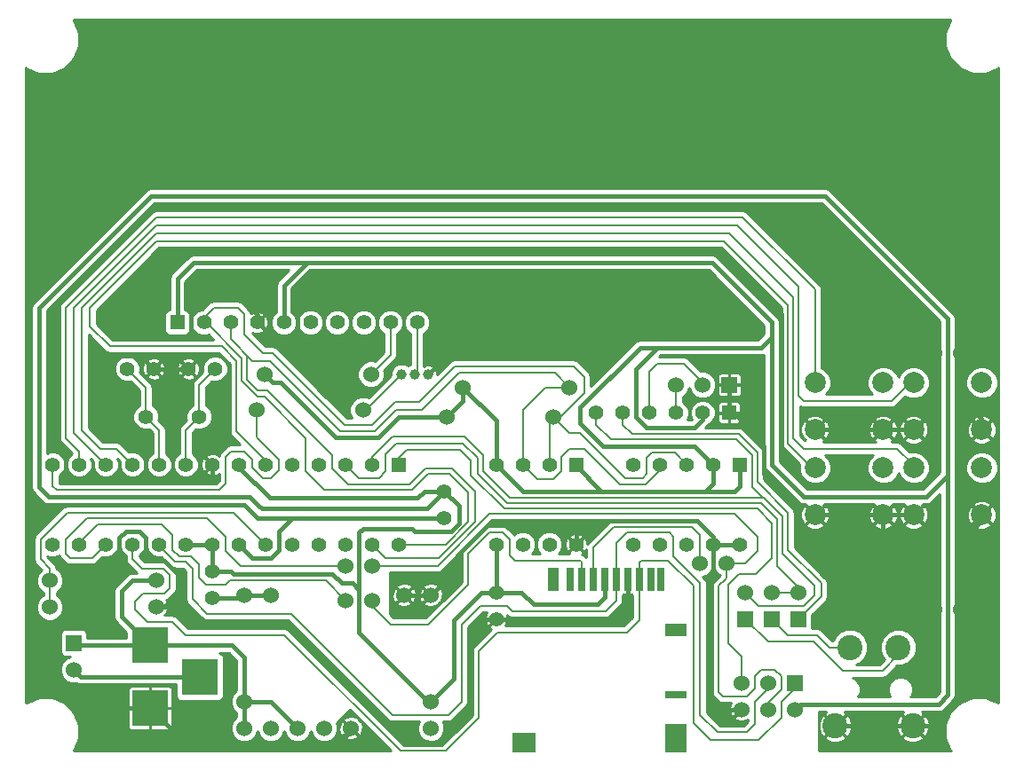
<source format=gbl>
G04 (created by PCBNEW (2013-jul-07)-stable) date 2014年09月14日 21時47分41秒*
%MOIN*%
G04 Gerber Fmt 3.4, Leading zero omitted, Abs format*
%FSLAX34Y34*%
G01*
G70*
G90*
G04 APERTURE LIST*
%ADD10C,0.006*%
%ADD11C,0.06*%
%ADD12R,0.055X0.055*%
%ADD13C,0.055*%
%ADD14R,0.06X0.06*%
%ADD15C,0.056*%
%ADD16R,0.0393701X0.0866142*%
%ADD17R,0.0275591X0.0866142*%
%ADD18R,0.0255906X0.0866142*%
%ADD19R,0.0787402X0.0472441*%
%ADD20R,0.0787402X0.0314961*%
%ADD21R,0.0787402X0.110236*%
%ADD22R,0.0905512X0.0748031*%
%ADD23R,0.1378X0.1378*%
%ADD24C,0.0787402*%
%ADD25C,0.0393701*%
%ADD26C,0.0944882*%
%ADD27C,0.016*%
%ADD28C,0.008*%
%ADD29C,0.01*%
G04 APERTURE END LIST*
G54D10*
G54D11*
X9827Y2867D03*
X9827Y3867D03*
X9827Y7867D03*
X10827Y2867D03*
X11827Y2867D03*
X12827Y2867D03*
X13827Y2867D03*
X16827Y2867D03*
X16827Y7867D03*
X15827Y7867D03*
X16827Y3867D03*
X10827Y7867D03*
G54D12*
X28027Y14717D03*
G54D13*
X27027Y14717D03*
X26027Y14717D03*
X25027Y14717D03*
X24027Y14717D03*
X23027Y14717D03*
G54D12*
X7311Y18110D03*
G54D13*
X8311Y18110D03*
X9311Y18110D03*
X10311Y18110D03*
X11311Y18110D03*
X12311Y18110D03*
X13311Y18110D03*
X14311Y18110D03*
X15311Y18110D03*
X16311Y18110D03*
G54D11*
X2527Y8417D03*
X6527Y8417D03*
X6527Y7417D03*
X2527Y7417D03*
X14277Y14817D03*
X10277Y14817D03*
X10577Y16167D03*
X14577Y16167D03*
X17427Y14567D03*
X21427Y14567D03*
X18027Y15667D03*
X22027Y15667D03*
G54D14*
X30477Y4567D03*
G54D11*
X30477Y3567D03*
X29477Y4567D03*
X29477Y3567D03*
X28477Y4567D03*
X28477Y3567D03*
G54D14*
X28027Y15767D03*
G54D11*
X27027Y15767D03*
X26027Y15767D03*
G54D14*
X3427Y6067D03*
G54D11*
X3427Y5067D03*
G54D14*
X30627Y6967D03*
G54D11*
X30627Y7967D03*
G54D14*
X29627Y6967D03*
G54D11*
X29627Y7967D03*
G54D14*
X28627Y6967D03*
G54D11*
X28627Y7967D03*
G54D15*
X6127Y14567D03*
X8127Y14567D03*
G54D16*
X21437Y8464D03*
G54D17*
X22047Y8464D03*
X22480Y8464D03*
X22913Y8464D03*
X23346Y8464D03*
X23779Y8464D03*
X24212Y8464D03*
X24645Y8464D03*
G54D18*
X25078Y8464D03*
X25452Y8464D03*
G54D19*
X26023Y6574D03*
G54D20*
X26023Y4133D03*
G54D21*
X26023Y2500D03*
G54D22*
X20314Y2322D03*
G54D12*
X22277Y12767D03*
G54D13*
X21277Y12767D03*
X20277Y12767D03*
X19277Y12767D03*
X19277Y9767D03*
X20277Y9767D03*
X21277Y9767D03*
X22277Y9767D03*
X14627Y12767D03*
X13627Y12767D03*
X12627Y12767D03*
X11627Y12767D03*
X10627Y12767D03*
X9627Y12767D03*
X8627Y12767D03*
X7627Y12767D03*
X6627Y12767D03*
X5627Y12767D03*
X4627Y12767D03*
X3627Y12767D03*
X2627Y12767D03*
G54D12*
X15627Y12767D03*
G54D13*
X2627Y9767D03*
X3627Y9767D03*
X4627Y9767D03*
X5627Y9767D03*
X6627Y9767D03*
X7627Y9767D03*
X8627Y9767D03*
X9627Y9767D03*
X10627Y9767D03*
X11627Y9767D03*
X12627Y9767D03*
X13627Y9767D03*
X14627Y9767D03*
X15627Y9767D03*
G54D12*
X28427Y12767D03*
G54D13*
X27427Y12767D03*
X26427Y12767D03*
X25427Y12767D03*
X24427Y12767D03*
X24427Y9767D03*
X25427Y9767D03*
X26427Y9767D03*
X27427Y9767D03*
X28427Y9767D03*
X8727Y16367D03*
X7727Y16367D03*
X5427Y16367D03*
X6427Y16367D03*
X8627Y7767D03*
X8627Y8767D03*
X19277Y6967D03*
X19277Y7967D03*
X17327Y10767D03*
X17327Y11767D03*
G54D23*
X6299Y5984D03*
X6299Y3622D03*
X8149Y4803D03*
G54D24*
X31248Y10881D03*
X31248Y12653D03*
X33807Y12653D03*
X33807Y10881D03*
X34948Y10881D03*
X34948Y12653D03*
X37507Y12653D03*
X37507Y10881D03*
X34948Y14081D03*
X34948Y15853D03*
X37507Y15853D03*
X37507Y14081D03*
X31248Y14081D03*
X31248Y15853D03*
X33807Y15853D03*
X33807Y14081D03*
G54D25*
X16227Y16167D03*
X15727Y16167D03*
X16727Y16167D03*
G54D26*
X32559Y5905D03*
X34370Y5905D03*
X32007Y2952D03*
X34921Y2952D03*
G54D11*
X35727Y16967D03*
X36727Y16967D03*
X36727Y7317D03*
X35727Y7317D03*
X13627Y7667D03*
X14627Y7667D03*
X13627Y8967D03*
X14627Y8967D03*
X27927Y9067D03*
X26927Y9067D03*
G54D27*
X31627Y22867D02*
X36227Y18267D01*
X36227Y12367D02*
X36227Y12517D01*
X36227Y18267D02*
X36227Y12517D01*
X2127Y18667D02*
X2127Y11917D01*
X2127Y11917D02*
X2477Y11567D01*
X6327Y22867D02*
X31627Y22867D01*
X2127Y18667D02*
X6327Y22867D01*
X10327Y11267D02*
X10477Y11117D01*
X10027Y11567D02*
X10327Y11267D01*
X16677Y11117D02*
X17327Y11767D01*
X10477Y11117D02*
X16677Y11117D01*
X2477Y11567D02*
X10027Y11567D01*
X30477Y3567D02*
X30677Y3767D01*
X36227Y4117D02*
X35877Y3767D01*
X35877Y3767D02*
X31627Y3767D01*
X36227Y4117D02*
X36227Y12367D01*
X30677Y3767D02*
X31627Y3767D01*
X11311Y18110D02*
X11311Y19501D01*
X11311Y19501D02*
X12177Y20367D01*
X19277Y12767D02*
X19277Y14417D01*
X19277Y14417D02*
X18027Y15667D01*
X11177Y15867D02*
X10877Y15867D01*
X15627Y14567D02*
X14852Y13792D01*
X14852Y13792D02*
X13252Y13792D01*
X13252Y13792D02*
X11177Y15867D01*
X17427Y14567D02*
X15627Y14567D01*
X10877Y15867D02*
X10577Y16167D01*
X8627Y8767D02*
X9327Y8767D01*
X13877Y8317D02*
X14127Y8067D01*
X13477Y8317D02*
X13877Y8317D01*
X13127Y8667D02*
X13477Y8317D01*
X9427Y8667D02*
X13127Y8667D01*
X9327Y8767D02*
X9427Y8667D01*
X27427Y12767D02*
X26727Y13467D01*
X24677Y17167D02*
X25327Y17167D01*
X22427Y14917D02*
X24677Y17167D01*
X22427Y14317D02*
X22427Y14917D01*
X23277Y13467D02*
X22427Y14317D01*
X26727Y13467D02*
X23277Y13467D01*
X27027Y14717D02*
X27027Y14467D01*
X27027Y14467D02*
X26727Y14167D01*
X26727Y14167D02*
X24927Y14167D01*
X24927Y14167D02*
X24527Y14567D01*
X24527Y14567D02*
X24527Y16367D01*
X24527Y16367D02*
X25327Y17167D01*
X29227Y17167D02*
X29627Y17567D01*
X25327Y17167D02*
X29227Y17167D01*
X16827Y3867D02*
X16727Y3867D01*
X16727Y3867D02*
X14127Y6467D01*
X14127Y8067D02*
X14127Y6467D01*
X17327Y11767D02*
X17327Y11767D01*
X14127Y9067D02*
X14127Y9917D01*
X14127Y10217D02*
X14127Y9917D01*
X14277Y10367D02*
X14127Y10217D01*
X16127Y10367D02*
X14277Y10367D01*
X16227Y10267D02*
X16127Y10367D01*
X17577Y10267D02*
X16227Y10267D01*
X17877Y10567D02*
X17577Y10267D01*
X17877Y11217D02*
X17877Y10567D01*
X17327Y11767D02*
X17877Y11217D01*
X14127Y9067D02*
X14127Y8067D01*
X17677Y6917D02*
X17677Y4717D01*
X19277Y7967D02*
X18727Y7967D01*
X17752Y6992D02*
X17677Y6917D01*
X18727Y7967D02*
X17752Y6992D01*
X17677Y4717D02*
X16827Y3867D01*
X22277Y12767D02*
X22277Y12717D01*
X22277Y12717D02*
X23227Y11767D01*
X23027Y11767D02*
X20277Y11767D01*
X20277Y11767D02*
X19277Y12767D01*
X36227Y12367D02*
X35427Y11567D01*
X29627Y18117D02*
X29627Y17567D01*
X29627Y17567D02*
X29627Y15667D01*
X29627Y15667D02*
X29627Y12767D01*
X35277Y11567D02*
X30827Y11567D01*
X7927Y20367D02*
X7311Y19751D01*
X7311Y19751D02*
X7311Y18110D01*
X29627Y18117D02*
X27377Y20367D01*
X27377Y20367D02*
X12177Y20367D01*
X12177Y20367D02*
X9968Y20367D01*
X9968Y20367D02*
X7927Y20367D01*
X29627Y12767D02*
X30827Y11567D01*
X35277Y11567D02*
X35427Y11567D01*
X18027Y15667D02*
X18027Y15167D01*
X18027Y15167D02*
X17427Y14567D01*
X19277Y9767D02*
X19277Y7967D01*
X9627Y12767D02*
X9627Y12667D01*
X16577Y11767D02*
X17327Y11767D01*
X16327Y11517D02*
X16577Y11767D01*
X10777Y11517D02*
X16327Y11517D01*
X9627Y12667D02*
X10777Y11517D01*
X27427Y12767D02*
X27427Y12067D01*
X27427Y12067D02*
X27127Y11767D01*
X27027Y11767D02*
X27127Y11767D01*
X27127Y11767D02*
X28227Y11767D01*
X27027Y11767D02*
X26427Y11767D01*
X26427Y11767D02*
X23227Y11767D01*
X23227Y11767D02*
X23027Y11767D01*
X28427Y11967D02*
X28427Y12767D01*
X28227Y11767D02*
X28427Y11967D01*
X19277Y7967D02*
X20227Y7967D01*
X23346Y7786D02*
X23346Y8464D01*
X23077Y7517D02*
X23346Y7786D01*
X20677Y7517D02*
X23077Y7517D01*
X20227Y7967D02*
X20677Y7517D01*
X7627Y9767D02*
X8627Y9767D01*
X8627Y9767D02*
X8627Y8767D01*
X6299Y5984D02*
X5227Y7055D01*
X5627Y8417D02*
X6527Y8417D01*
X5227Y8017D02*
X5627Y8417D01*
X5227Y7055D02*
X5227Y8017D01*
X9827Y3867D02*
X10827Y3867D01*
X10827Y3867D02*
X11827Y2867D01*
X6299Y5984D02*
X3510Y5984D01*
X3510Y5984D02*
X3427Y6067D01*
X9827Y3867D02*
X9827Y5526D01*
X9370Y5984D02*
X6299Y5984D01*
X9827Y5526D02*
X9370Y5984D01*
X9827Y3867D02*
X9827Y2867D01*
G54D28*
X30327Y6367D02*
X30227Y6367D01*
X31789Y5905D02*
X31327Y6367D01*
X31327Y6367D02*
X30327Y6367D01*
X32559Y5905D02*
X31789Y5905D01*
X30227Y6367D02*
X29627Y6967D01*
X29577Y6117D02*
X29477Y6117D01*
X34370Y5610D02*
X33777Y5017D01*
X33777Y5017D02*
X32277Y5017D01*
X32277Y5017D02*
X31177Y6117D01*
X31177Y6117D02*
X29577Y6117D01*
X34370Y5905D02*
X34370Y5610D01*
X29477Y6117D02*
X28627Y6967D01*
X2527Y8417D02*
X2527Y8867D01*
X9427Y10967D02*
X10627Y9767D01*
X2177Y9967D02*
X2177Y9217D01*
X3177Y10967D02*
X2177Y9967D01*
X9427Y10967D02*
X3177Y10967D01*
X2527Y8867D02*
X2177Y9217D01*
X2527Y7417D02*
X2527Y8417D01*
X10627Y9767D02*
X10427Y9767D01*
X26027Y15767D02*
X26027Y14717D01*
X27027Y15767D02*
X27027Y15867D01*
X25027Y16267D02*
X25027Y14717D01*
X25327Y16567D02*
X25027Y16267D01*
X26327Y16567D02*
X25327Y16567D01*
X27027Y15867D02*
X26327Y16567D01*
X30427Y13767D02*
X30427Y19067D01*
X34948Y12653D02*
X34948Y12747D01*
X34948Y12747D02*
X34327Y13367D01*
X34327Y13367D02*
X30827Y13367D01*
X30827Y13367D02*
X30427Y13767D01*
X5027Y13367D02*
X5627Y12767D01*
X4427Y13367D02*
X5027Y13367D01*
X3727Y14067D02*
X4427Y13367D01*
X3727Y18667D02*
X3727Y14067D01*
X6527Y21467D02*
X3727Y18667D01*
X28027Y21467D02*
X6527Y21467D01*
X30427Y19067D02*
X28027Y21467D01*
X30627Y6967D02*
X31477Y7817D01*
X29077Y12117D02*
X29077Y13217D01*
X29077Y13217D02*
X28377Y13917D01*
X30227Y9567D02*
X31477Y8317D01*
X30227Y10967D02*
X30227Y9567D01*
X30227Y10967D02*
X29077Y12117D01*
X24027Y14267D02*
X24027Y14717D01*
X24377Y13917D02*
X24027Y14267D01*
X24377Y13917D02*
X28377Y13917D01*
X31477Y7817D02*
X31477Y8317D01*
X22577Y15467D02*
X21677Y14567D01*
X8311Y18301D02*
X8677Y18667D01*
X8677Y18667D02*
X9577Y18667D01*
X9577Y18667D02*
X9827Y18417D01*
X9827Y18417D02*
X9827Y17667D01*
X9827Y17667D02*
X10527Y16967D01*
X10527Y16967D02*
X10877Y16967D01*
X10877Y16967D02*
X13577Y14267D01*
X13577Y14267D02*
X14627Y14267D01*
X14627Y14267D02*
X15477Y15117D01*
X15477Y15117D02*
X16377Y15117D01*
X16377Y15117D02*
X17727Y16467D01*
X17727Y16467D02*
X22177Y16467D01*
X22177Y16467D02*
X22577Y16067D01*
X22577Y16067D02*
X22577Y15467D01*
X8311Y18110D02*
X8311Y18301D01*
X21677Y14567D02*
X21427Y14567D01*
X10577Y15317D02*
X12127Y13767D01*
X18227Y11717D02*
X18227Y10617D01*
X18227Y10617D02*
X17377Y9767D01*
X15627Y9767D02*
X17377Y9767D01*
X12127Y13767D02*
X12127Y12517D01*
X17527Y12417D02*
X18227Y11717D01*
X16727Y12417D02*
X17527Y12417D01*
X16127Y11817D02*
X16727Y12417D01*
X12827Y11817D02*
X16127Y11817D01*
X12127Y12517D02*
X12827Y11817D01*
X9727Y16767D02*
X9727Y15917D01*
X8385Y18110D02*
X8311Y18110D01*
X8385Y18110D02*
X9727Y16767D01*
X10327Y15317D02*
X10577Y15317D01*
X9727Y15917D02*
X10327Y15317D01*
X22427Y13967D02*
X22027Y13967D01*
X22027Y13967D02*
X21427Y14567D01*
X26427Y12767D02*
X25977Y13217D01*
X25127Y13217D02*
X25977Y13217D01*
X24927Y13017D02*
X25127Y13217D01*
X24927Y12417D02*
X24927Y13017D01*
X24777Y12267D02*
X24927Y12417D01*
X24127Y12267D02*
X24777Y12267D01*
X22427Y13967D02*
X24127Y12267D01*
X21277Y12767D02*
X21277Y14417D01*
X21277Y14417D02*
X21427Y14567D01*
X22027Y15667D02*
X21477Y16217D01*
X10127Y16667D02*
X9927Y16867D01*
X10777Y16667D02*
X10127Y16667D01*
X13427Y14017D02*
X10777Y16667D01*
X14727Y14017D02*
X13427Y14017D01*
X15527Y14817D02*
X14727Y14017D01*
X16477Y14817D02*
X15527Y14817D01*
X17877Y16217D02*
X16477Y14817D01*
X21477Y16217D02*
X17877Y16217D01*
X20277Y12767D02*
X20277Y14817D01*
X21127Y15667D02*
X22027Y15667D01*
X20277Y14817D02*
X21127Y15667D01*
X22577Y13367D02*
X22027Y13367D01*
X23927Y12017D02*
X22577Y13367D01*
X24877Y12017D02*
X23927Y12017D01*
X25427Y12567D02*
X24877Y12017D01*
X25427Y12767D02*
X25427Y12567D01*
X20827Y12217D02*
X20277Y12767D01*
X21427Y12217D02*
X20827Y12217D01*
X21727Y12517D02*
X21427Y12217D01*
X21727Y13067D02*
X21727Y12517D01*
X22027Y13367D02*
X21727Y13067D01*
X18477Y10617D02*
X18477Y11767D01*
X18477Y10617D02*
X17127Y9267D01*
X17127Y9267D02*
X15127Y9267D01*
X14627Y9767D02*
X15127Y9267D01*
X17627Y12617D02*
X18477Y11767D01*
X16627Y12617D02*
X17627Y12617D01*
X16027Y12017D02*
X16627Y12617D01*
X13727Y12017D02*
X16027Y12017D01*
X13127Y12617D02*
X13727Y12017D01*
X13127Y13117D02*
X13127Y12617D01*
X10677Y15567D02*
X13127Y13117D01*
X10327Y15567D02*
X10677Y15567D01*
X9927Y15967D02*
X10327Y15567D01*
X9927Y16867D02*
X9927Y15967D01*
X9477Y17317D02*
X9927Y16867D01*
X9311Y17484D02*
X9477Y17317D01*
X9311Y17484D02*
X9311Y18110D01*
X22027Y15667D02*
X21927Y15667D01*
X30627Y15367D02*
X30627Y19467D01*
X34948Y15853D02*
X34813Y15853D01*
X34813Y15853D02*
X34127Y15167D01*
X34127Y15167D02*
X30827Y15167D01*
X30827Y15167D02*
X30627Y15367D01*
X3427Y13967D02*
X4627Y12767D01*
X3427Y18667D02*
X3427Y13967D01*
X6527Y21767D02*
X3427Y18667D01*
X28327Y21767D02*
X6527Y21767D01*
X30627Y19467D02*
X28327Y21767D01*
X3627Y12767D02*
X3627Y13267D01*
X31248Y19347D02*
X28527Y22067D01*
X3127Y18667D02*
X3127Y13767D01*
X3127Y18667D02*
X6527Y22067D01*
X6527Y22067D02*
X28527Y22067D01*
X31248Y19347D02*
X31248Y15853D01*
X3627Y13267D02*
X3127Y13767D01*
X4777Y17217D02*
X4027Y17967D01*
X30227Y13567D02*
X31141Y12653D01*
X31248Y12653D02*
X31141Y12653D01*
X4027Y18667D02*
X6527Y21167D01*
X6527Y21167D02*
X27827Y21167D01*
X27827Y21167D02*
X30227Y18767D01*
X30227Y18767D02*
X30227Y13624D01*
X30227Y13624D02*
X30227Y13567D01*
X10627Y12917D02*
X9527Y14017D01*
X9527Y14017D02*
X9527Y16667D01*
X9527Y16667D02*
X8977Y17217D01*
X8977Y17217D02*
X4777Y17217D01*
X10627Y12917D02*
X10627Y12767D01*
X4027Y17967D02*
X4027Y18667D01*
X30027Y9417D02*
X31227Y8217D01*
X30027Y10817D02*
X30027Y9417D01*
X29327Y11517D02*
X30027Y10817D01*
X29127Y7467D02*
X28627Y7967D01*
X30827Y7467D02*
X29127Y7467D01*
X31227Y7867D02*
X30827Y7467D01*
X31227Y8217D02*
X31227Y7867D01*
X23577Y13717D02*
X28277Y13717D01*
X23577Y13717D02*
X23027Y14267D01*
X23027Y14717D02*
X23027Y14267D01*
X29277Y11517D02*
X29327Y11517D01*
X28877Y13117D02*
X28277Y13717D01*
X28877Y11917D02*
X28877Y13117D01*
X29277Y11517D02*
X28877Y11917D01*
X14627Y12767D02*
X14627Y13067D01*
X18777Y12517D02*
X19777Y11517D01*
X18777Y13117D02*
X18777Y12517D01*
X18077Y13817D02*
X18777Y13117D01*
X15377Y13817D02*
X18077Y13817D01*
X14627Y13067D02*
X15377Y13817D01*
X26777Y11517D02*
X29327Y11517D01*
X26777Y11517D02*
X19777Y11517D01*
G54D27*
X34948Y10881D02*
X35727Y10102D01*
X36727Y7317D02*
X36827Y7317D01*
X35727Y10102D02*
X35727Y7317D01*
X27227Y7967D02*
X27227Y8217D01*
X27677Y3567D02*
X27227Y4017D01*
X27227Y4017D02*
X27227Y7967D01*
X28477Y3567D02*
X27677Y3567D01*
X27427Y8417D02*
X27427Y9767D01*
X27227Y8217D02*
X27427Y8417D01*
X16727Y16167D02*
X17327Y16767D01*
X10903Y17517D02*
X10311Y18110D01*
X11527Y17517D02*
X10903Y17517D01*
X11827Y17817D02*
X11527Y17517D01*
X11827Y18517D02*
X11827Y17817D01*
X12177Y18867D02*
X11827Y18517D01*
X16777Y18867D02*
X12177Y18867D01*
X17327Y18317D02*
X16777Y18867D01*
X17327Y16767D02*
X17327Y18317D01*
X22277Y9767D02*
X22277Y10267D01*
X22277Y10267D02*
X21877Y10667D01*
X26827Y10667D02*
X27427Y10067D01*
X26827Y10667D02*
X21877Y10667D01*
X21877Y10667D02*
X19127Y10667D01*
X16827Y7867D02*
X17827Y8867D01*
X17827Y9367D02*
X17827Y8867D01*
X19127Y10667D02*
X17827Y9367D01*
X27427Y10067D02*
X27427Y9767D01*
X10311Y18110D02*
X10311Y18384D01*
X35777Y13252D02*
X34948Y14081D01*
X35777Y12567D02*
X35777Y13252D01*
X35177Y11967D02*
X35777Y12567D01*
X31027Y11967D02*
X35177Y11967D01*
X29977Y13017D02*
X31027Y11967D01*
X29977Y18417D02*
X29977Y13017D01*
X27677Y20717D02*
X29977Y18417D01*
X7227Y20717D02*
X27677Y20717D01*
X6477Y19967D02*
X7227Y20717D01*
X6477Y17817D02*
X6477Y19967D01*
X6777Y17517D02*
X6477Y17817D01*
X7577Y17517D02*
X6777Y17517D01*
X7827Y17767D02*
X7577Y17517D01*
X7827Y18617D02*
X7827Y17767D01*
X8277Y19067D02*
X7827Y18617D01*
X9627Y19067D02*
X8277Y19067D01*
X10311Y18384D02*
X9627Y19067D01*
X6427Y16367D02*
X5927Y16867D01*
X6127Y12417D02*
X5977Y12267D01*
X6127Y13267D02*
X6127Y12417D01*
X4327Y15067D02*
X6127Y13267D01*
X4327Y16417D02*
X4327Y15067D01*
X4777Y16867D02*
X4327Y16417D01*
X5927Y16867D02*
X4777Y16867D01*
X1727Y10467D02*
X1727Y7267D01*
X1727Y7267D02*
X2727Y6267D01*
X36827Y17067D02*
X36827Y18467D01*
X36827Y15167D02*
X36827Y17067D01*
X9827Y11267D02*
X10327Y10767D01*
X10327Y10767D02*
X11627Y10767D01*
X1727Y19367D02*
X1727Y10467D01*
X1727Y10467D02*
X2527Y11267D01*
X9827Y11267D02*
X2527Y11267D01*
X1727Y21467D02*
X1727Y19367D01*
X4327Y24067D02*
X1727Y21467D01*
X31227Y24067D02*
X4327Y24067D01*
X36827Y18467D02*
X31227Y24067D01*
X31248Y14081D02*
X33807Y14081D01*
X31248Y10881D02*
X33807Y10881D01*
X37507Y14081D02*
X37507Y14488D01*
X37507Y14488D02*
X36827Y15167D01*
X37507Y10881D02*
X37507Y10647D01*
X37507Y10647D02*
X36827Y9967D01*
X6527Y7417D02*
X6827Y7417D01*
X6827Y7417D02*
X7427Y8017D01*
X7427Y8017D02*
X7427Y8567D01*
X7427Y8567D02*
X6827Y9167D01*
X6827Y9167D02*
X6327Y9167D01*
X6327Y9167D02*
X6127Y9367D01*
X6127Y9367D02*
X6127Y10017D01*
X6127Y10017D02*
X5877Y10267D01*
X5877Y10267D02*
X5377Y10267D01*
X5377Y10267D02*
X5127Y10017D01*
X5127Y10017D02*
X5127Y9067D01*
X5127Y9067D02*
X2727Y6667D01*
X2727Y6667D02*
X2727Y6267D01*
X3872Y3622D02*
X6299Y3622D01*
X2727Y6267D02*
X2727Y4767D01*
X2727Y4767D02*
X3872Y3622D01*
X7827Y6767D02*
X7177Y7417D01*
X11327Y6767D02*
X7827Y6767D01*
X18927Y6967D02*
X18327Y6367D01*
X18327Y6367D02*
X18327Y3367D01*
X18327Y3367D02*
X17227Y2267D01*
X17227Y2267D02*
X15827Y2267D01*
X15827Y2267D02*
X11327Y6767D01*
X19277Y6967D02*
X18927Y6967D01*
X7177Y7417D02*
X6527Y7417D01*
X17327Y10767D02*
X11627Y10767D01*
X10127Y9267D02*
X9627Y9767D01*
X10827Y9267D02*
X10127Y9267D01*
X11127Y9567D02*
X10827Y9267D01*
X11127Y10267D02*
X11127Y9567D01*
X11627Y10767D02*
X11127Y10267D01*
X33807Y10881D02*
X33807Y10247D01*
X29327Y13467D02*
X28077Y14867D01*
X29327Y12417D02*
X29327Y13467D01*
X30527Y11217D02*
X29327Y12417D01*
X30527Y10567D02*
X30527Y11217D01*
X31127Y9967D02*
X30527Y10567D01*
X33527Y9967D02*
X31127Y9967D01*
X33807Y10247D02*
X33527Y9967D01*
X28027Y15767D02*
X28027Y14717D01*
X33807Y10881D02*
X34948Y10881D01*
X2627Y18167D02*
X2627Y18567D01*
X2627Y18567D02*
X6527Y22467D01*
X6527Y22467D02*
X31227Y22467D01*
X31227Y22467D02*
X35727Y17967D01*
X35727Y17967D02*
X35727Y16967D01*
X35727Y16967D02*
X35727Y14861D01*
X35727Y14861D02*
X34948Y14081D01*
X2627Y13667D02*
X2627Y18167D01*
X3127Y13167D02*
X2627Y13667D01*
X3127Y12367D02*
X3127Y13167D01*
X3227Y12267D02*
X3127Y12367D01*
X5977Y12267D02*
X3227Y12267D01*
X8627Y12367D02*
X8527Y12267D01*
X8627Y12767D02*
X8627Y12367D01*
X8527Y12267D02*
X5977Y12267D01*
X33807Y14081D02*
X34948Y14081D01*
X16827Y7867D02*
X15827Y7867D01*
X35612Y2952D02*
X34921Y2952D01*
X36827Y7317D02*
X36827Y4167D01*
X36827Y4167D02*
X35612Y2952D01*
X10827Y7867D02*
X9827Y7867D01*
X9827Y7867D02*
X9727Y7767D01*
X9727Y7767D02*
X8627Y7767D01*
X13827Y2867D02*
X13827Y2767D01*
X7753Y2167D02*
X6299Y3622D01*
X13227Y2167D02*
X7753Y2167D01*
X13827Y2767D02*
X13227Y2167D01*
X27427Y9767D02*
X28427Y9767D01*
X34921Y2952D02*
X32007Y2952D01*
X9627Y9767D02*
X9627Y9817D01*
X17277Y10717D02*
X17327Y10767D01*
X19277Y6967D02*
X23677Y6967D01*
X24212Y7502D02*
X24212Y8464D01*
X23677Y6967D02*
X24212Y7502D01*
X6427Y16367D02*
X7727Y16367D01*
X36827Y15167D02*
X36827Y9967D01*
X36827Y9967D02*
X36827Y7317D01*
G54D28*
X25927Y9317D02*
X26927Y8317D01*
X29477Y4567D02*
X29477Y4367D01*
X25927Y9317D02*
X25927Y10067D01*
X25927Y10067D02*
X25777Y10217D01*
X25777Y10217D02*
X24177Y10217D01*
X24177Y10217D02*
X23779Y9819D01*
X23779Y9819D02*
X23779Y8464D01*
X27577Y2717D02*
X26927Y3367D01*
X28677Y2717D02*
X27577Y2717D01*
X28977Y3017D02*
X28677Y2717D01*
X28977Y3867D02*
X28977Y3017D01*
X29477Y4367D02*
X28977Y3867D01*
X26927Y3367D02*
X26927Y8317D01*
X17977Y3867D02*
X17477Y3367D01*
X8427Y7167D02*
X7877Y7717D01*
X7877Y7717D02*
X7877Y8867D01*
X7877Y8867D02*
X7627Y9117D01*
X7627Y9117D02*
X7227Y9117D01*
X7227Y9117D02*
X6627Y9717D01*
X6627Y9767D02*
X6627Y9717D01*
X23779Y7669D02*
X23377Y7267D01*
X23377Y7267D02*
X19877Y7267D01*
X19877Y7267D02*
X19677Y7467D01*
X19677Y7467D02*
X18677Y7467D01*
X18677Y7467D02*
X17977Y6767D01*
X17977Y6767D02*
X17977Y3867D01*
X23779Y7669D02*
X23779Y8464D01*
X11577Y7167D02*
X8527Y7167D01*
X8527Y7167D02*
X8427Y7167D01*
X15377Y3367D02*
X11577Y7167D01*
X17477Y3367D02*
X15377Y3367D01*
G54D27*
X8149Y4803D02*
X3691Y4803D01*
X3691Y4803D02*
X3427Y5067D01*
G54D28*
X10327Y13767D02*
X10277Y13817D01*
X9127Y12167D02*
X9127Y12067D01*
X9127Y13067D02*
X9327Y13267D01*
X9327Y13267D02*
X9827Y13267D01*
X9827Y13267D02*
X10127Y12967D01*
X10127Y12967D02*
X10127Y12667D01*
X10127Y12667D02*
X10527Y12267D01*
X10527Y12267D02*
X10827Y12267D01*
X10827Y12267D02*
X11127Y12567D01*
X11127Y12567D02*
X11127Y12967D01*
X11127Y12967D02*
X10627Y13467D01*
X9127Y12167D02*
X9127Y12767D01*
X9127Y12767D02*
X9127Y13067D01*
X10627Y13467D02*
X10327Y13767D01*
X2627Y12767D02*
X2627Y11967D01*
X2777Y11817D02*
X2627Y11967D01*
X8877Y11817D02*
X2777Y11817D01*
X9127Y12067D02*
X8877Y11817D01*
X10277Y13817D02*
X10277Y14817D01*
X30627Y7967D02*
X30627Y8167D01*
X14127Y12267D02*
X13627Y12767D01*
X14877Y12267D02*
X14127Y12267D01*
X19677Y11317D02*
X29227Y11317D01*
X29227Y11317D02*
X29827Y10717D01*
X29827Y10717D02*
X29827Y8967D01*
X18577Y13017D02*
X18027Y13567D01*
X18027Y13567D02*
X15527Y13567D01*
X15527Y13567D02*
X15127Y13167D01*
X18577Y13017D02*
X18577Y12417D01*
X18577Y12417D02*
X19677Y11317D01*
X15127Y12517D02*
X14877Y12267D01*
X15127Y13167D02*
X15127Y12517D01*
X30627Y8167D02*
X29827Y8967D01*
X30627Y7967D02*
X29627Y7967D01*
X15727Y16167D02*
X14377Y14817D01*
X14377Y14817D02*
X14277Y14817D01*
X27977Y6067D02*
X28477Y5567D01*
X27977Y6067D02*
X27977Y8267D01*
X27977Y8267D02*
X28377Y8667D01*
X28377Y8667D02*
X29027Y8667D01*
X29027Y8667D02*
X29627Y9267D01*
X29627Y9267D02*
X29627Y10567D01*
X29627Y10567D02*
X29077Y11117D01*
X29077Y11117D02*
X19577Y11117D01*
X19577Y11117D02*
X18327Y12367D01*
X18327Y12367D02*
X18327Y12917D01*
X18327Y12917D02*
X17927Y13317D01*
X17927Y13317D02*
X15927Y13317D01*
X15927Y13317D02*
X15627Y13017D01*
X15627Y12767D02*
X15627Y13017D01*
X28477Y5567D02*
X28477Y4567D01*
X6627Y12767D02*
X6627Y14067D01*
X6627Y14067D02*
X6127Y14567D01*
X6127Y14567D02*
X6127Y15667D01*
X6127Y15667D02*
X5427Y16367D01*
X7627Y12767D02*
X7627Y14067D01*
X7627Y14067D02*
X8127Y14567D01*
X8127Y14567D02*
X8127Y15767D01*
X8127Y15767D02*
X8727Y16367D01*
X9277Y8417D02*
X12877Y8417D01*
X14627Y7667D02*
X14627Y7567D01*
X14627Y7567D02*
X14627Y7467D01*
X14627Y7467D02*
X15327Y6767D01*
X15327Y6767D02*
X16727Y6767D01*
X16727Y6767D02*
X16827Y6867D01*
X3627Y9767D02*
X3627Y9817D01*
X8377Y8267D02*
X9127Y8267D01*
X8127Y8517D02*
X8377Y8267D01*
X8127Y9017D02*
X8127Y8517D01*
X7827Y9317D02*
X8127Y9017D01*
X7377Y9317D02*
X7827Y9317D01*
X7127Y9567D02*
X7377Y9317D01*
X7127Y10117D02*
X7127Y9567D01*
X6727Y10517D02*
X7127Y10117D01*
X4327Y10517D02*
X6727Y10517D01*
X3627Y9817D02*
X4327Y10517D01*
X22480Y9114D02*
X22480Y8464D01*
X22480Y9114D02*
X22427Y9167D01*
X22427Y9167D02*
X19977Y9167D01*
X19977Y9167D02*
X19777Y9367D01*
X19777Y9367D02*
X19777Y9967D01*
X19777Y9967D02*
X19527Y10217D01*
X19527Y10217D02*
X19027Y10217D01*
X19027Y10217D02*
X18227Y9417D01*
X18227Y9417D02*
X18227Y8267D01*
X18227Y8267D02*
X16827Y6867D01*
X9127Y8267D02*
X9277Y8417D01*
X12877Y8417D02*
X13627Y7667D01*
X27877Y8467D02*
X27927Y8517D01*
X27627Y8217D02*
X27877Y8467D01*
X29477Y3567D02*
X29477Y3817D01*
X27627Y4217D02*
X27627Y5117D01*
X27777Y4067D02*
X27627Y4217D01*
X28677Y4067D02*
X27777Y4067D01*
X28977Y4367D02*
X28677Y4067D01*
X28977Y4817D02*
X28977Y4367D01*
X29227Y5067D02*
X28977Y4817D01*
X29727Y5067D02*
X29227Y5067D01*
X29977Y4817D02*
X29727Y5067D01*
X29977Y4317D02*
X29977Y4817D01*
X29477Y3817D02*
X29977Y4317D01*
X27627Y5117D02*
X27627Y8217D01*
X27927Y8517D02*
X27927Y9067D01*
X28727Y9167D02*
X28627Y9067D01*
X17077Y8967D02*
X14627Y8967D01*
X9677Y8967D02*
X9127Y9517D01*
X4127Y9267D02*
X3277Y9267D01*
X3277Y9267D02*
X3127Y9417D01*
X3127Y9417D02*
X3127Y9967D01*
X3127Y9967D02*
X3927Y10767D01*
X3927Y10767D02*
X8427Y10767D01*
X8427Y10767D02*
X9127Y10067D01*
X9127Y10067D02*
X9127Y9517D01*
X4627Y9767D02*
X4127Y9267D01*
X13627Y8967D02*
X9677Y8967D01*
X29077Y9517D02*
X28727Y9167D01*
X29077Y10067D02*
X29077Y9517D01*
X28227Y10917D02*
X29077Y10067D01*
X19027Y10917D02*
X28227Y10917D01*
X19027Y10917D02*
X17077Y8967D01*
X26927Y9067D02*
X26927Y9367D01*
X26927Y9367D02*
X26927Y10117D01*
X22913Y9653D02*
X22913Y8464D01*
X23677Y10417D02*
X22913Y9653D01*
X26627Y10417D02*
X23677Y10417D01*
X26927Y10117D02*
X26627Y10417D01*
X28627Y9067D02*
X27927Y9067D01*
X30477Y4567D02*
X30477Y4367D01*
X24645Y9085D02*
X24645Y8464D01*
X24727Y9167D02*
X24645Y9085D01*
X25727Y9167D02*
X24727Y9167D01*
X26677Y8217D02*
X25727Y9167D01*
X26677Y6867D02*
X26677Y8217D01*
X26677Y4367D02*
X26677Y6867D01*
X26677Y3067D02*
X26677Y4367D01*
X27327Y2417D02*
X26677Y3067D01*
X29127Y2417D02*
X27327Y2417D01*
X29977Y3267D02*
X29127Y2417D01*
X29977Y3867D02*
X29977Y3267D01*
X30477Y4367D02*
X29977Y3867D01*
X19327Y6467D02*
X24177Y6467D01*
X6177Y6867D02*
X5727Y7317D01*
X5727Y7317D02*
X5727Y7617D01*
X5727Y7617D02*
X6027Y7917D01*
X6027Y7917D02*
X6827Y7917D01*
X6827Y7917D02*
X7027Y8117D01*
X7027Y8117D02*
X7027Y8617D01*
X7027Y8617D02*
X6777Y8867D01*
X6777Y8867D02*
X5977Y8867D01*
X5977Y8867D02*
X5627Y9217D01*
X5627Y9767D02*
X5627Y9217D01*
X6627Y6867D02*
X7127Y6867D01*
X18627Y5767D02*
X18627Y3267D01*
X18927Y6067D02*
X18627Y5767D01*
X19327Y6467D02*
X18927Y6067D01*
X18627Y3267D02*
X17377Y2017D01*
X17377Y2017D02*
X15677Y2017D01*
X11327Y6367D02*
X15677Y2017D01*
X7627Y6367D02*
X11327Y6367D01*
X7127Y6867D02*
X7627Y6367D01*
X6627Y6867D02*
X6177Y6867D01*
X24645Y7399D02*
X24645Y6935D01*
X24645Y6935D02*
X24177Y6467D01*
X24645Y7399D02*
X24645Y8464D01*
X15311Y18110D02*
X15311Y16901D01*
X15311Y16901D02*
X14577Y16167D01*
X16311Y18110D02*
X16311Y16251D01*
X16311Y16251D02*
X16227Y16167D01*
G54D10*
G36*
X6545Y7412D02*
X6533Y7399D01*
X6527Y7404D01*
X6521Y7399D01*
X6509Y7412D01*
X6514Y7417D01*
X6509Y7423D01*
X6521Y7436D01*
X6527Y7430D01*
X6533Y7436D01*
X6545Y7423D01*
X6540Y7417D01*
X6545Y7412D01*
X6545Y7412D01*
G37*
G54D29*
X6545Y7412D02*
X6533Y7399D01*
X6527Y7404D01*
X6521Y7399D01*
X6509Y7412D01*
X6514Y7417D01*
X6509Y7423D01*
X6521Y7436D01*
X6527Y7430D01*
X6533Y7436D01*
X6545Y7423D01*
X6540Y7417D01*
X6545Y7412D01*
G54D10*
G36*
X6932Y9058D02*
X6873Y9098D01*
X6777Y9117D01*
X6081Y9117D01*
X5877Y9321D01*
X5877Y9346D01*
X5901Y9356D01*
X6038Y9492D01*
X6112Y9670D01*
X6112Y9775D01*
X6142Y9776D01*
X6142Y9671D01*
X6216Y9493D01*
X6352Y9356D01*
X6530Y9282D01*
X6709Y9282D01*
X6932Y9058D01*
X6932Y9058D01*
G37*
G54D29*
X6932Y9058D02*
X6873Y9098D01*
X6777Y9117D01*
X6081Y9117D01*
X5877Y9321D01*
X5877Y9346D01*
X5901Y9356D01*
X6038Y9492D01*
X6112Y9670D01*
X6112Y9775D01*
X6142Y9776D01*
X6142Y9671D01*
X6216Y9493D01*
X6352Y9356D01*
X6530Y9282D01*
X6709Y9282D01*
X6932Y9058D01*
G54D10*
G36*
X18036Y9573D02*
X17996Y9513D01*
X17977Y9417D01*
X17977Y8371D01*
X17777Y8171D01*
X17279Y7672D01*
X17157Y7550D01*
X17131Y7576D01*
X17203Y7605D01*
X17275Y7769D01*
X17279Y7948D01*
X17213Y8115D01*
X17203Y8130D01*
X17131Y8159D01*
X17119Y8146D01*
X17119Y8171D01*
X17089Y8244D01*
X16925Y8315D01*
X16746Y8319D01*
X16580Y8254D01*
X16565Y8244D01*
X16536Y8171D01*
X16827Y7880D01*
X17119Y8171D01*
X17119Y8146D01*
X16840Y7867D01*
X16845Y7862D01*
X16833Y7849D01*
X16827Y7854D01*
X16814Y7842D01*
X16814Y7867D01*
X16523Y8159D01*
X16451Y8130D01*
X16379Y7966D01*
X16375Y7787D01*
X16441Y7620D01*
X16451Y7605D01*
X16523Y7576D01*
X16814Y7867D01*
X16814Y7842D01*
X16536Y7563D01*
X16565Y7491D01*
X16729Y7419D01*
X16908Y7416D01*
X17074Y7481D01*
X17089Y7491D01*
X17119Y7563D01*
X17119Y7563D01*
X17144Y7538D01*
X17119Y7512D01*
X16650Y7044D01*
X16624Y7017D01*
X16279Y7017D01*
X16279Y7948D01*
X16213Y8115D01*
X16203Y8130D01*
X16131Y8159D01*
X16119Y8146D01*
X16119Y8171D01*
X16089Y8244D01*
X15925Y8315D01*
X15746Y8319D01*
X15580Y8254D01*
X15565Y8244D01*
X15536Y8171D01*
X15827Y7880D01*
X16119Y8171D01*
X16119Y8146D01*
X15840Y7867D01*
X16131Y7576D01*
X16203Y7605D01*
X16275Y7769D01*
X16279Y7948D01*
X16279Y7017D01*
X16119Y7017D01*
X16119Y7563D01*
X15827Y7854D01*
X15814Y7842D01*
X15814Y7867D01*
X15523Y8159D01*
X15451Y8130D01*
X15379Y7966D01*
X15375Y7787D01*
X15441Y7620D01*
X15451Y7605D01*
X15523Y7576D01*
X15814Y7867D01*
X15814Y7842D01*
X15536Y7563D01*
X15565Y7491D01*
X15729Y7419D01*
X15908Y7416D01*
X16074Y7481D01*
X16089Y7491D01*
X16119Y7563D01*
X16119Y7017D01*
X15431Y7017D01*
X15277Y7171D01*
X15277Y8717D01*
X17077Y8717D01*
X17173Y8736D01*
X17254Y8790D01*
X17777Y9314D01*
X18036Y9573D01*
X18036Y9573D01*
G37*
G54D29*
X18036Y9573D02*
X17996Y9513D01*
X17977Y9417D01*
X17977Y8371D01*
X17777Y8171D01*
X17279Y7672D01*
X17157Y7550D01*
X17131Y7576D01*
X17203Y7605D01*
X17275Y7769D01*
X17279Y7948D01*
X17213Y8115D01*
X17203Y8130D01*
X17131Y8159D01*
X17119Y8146D01*
X17119Y8171D01*
X17089Y8244D01*
X16925Y8315D01*
X16746Y8319D01*
X16580Y8254D01*
X16565Y8244D01*
X16536Y8171D01*
X16827Y7880D01*
X17119Y8171D01*
X17119Y8146D01*
X16840Y7867D01*
X16845Y7862D01*
X16833Y7849D01*
X16827Y7854D01*
X16814Y7842D01*
X16814Y7867D01*
X16523Y8159D01*
X16451Y8130D01*
X16379Y7966D01*
X16375Y7787D01*
X16441Y7620D01*
X16451Y7605D01*
X16523Y7576D01*
X16814Y7867D01*
X16814Y7842D01*
X16536Y7563D01*
X16565Y7491D01*
X16729Y7419D01*
X16908Y7416D01*
X17074Y7481D01*
X17089Y7491D01*
X17119Y7563D01*
X17119Y7563D01*
X17144Y7538D01*
X17119Y7512D01*
X16650Y7044D01*
X16624Y7017D01*
X16279Y7017D01*
X16279Y7948D01*
X16213Y8115D01*
X16203Y8130D01*
X16131Y8159D01*
X16119Y8146D01*
X16119Y8171D01*
X16089Y8244D01*
X15925Y8315D01*
X15746Y8319D01*
X15580Y8254D01*
X15565Y8244D01*
X15536Y8171D01*
X15827Y7880D01*
X16119Y8171D01*
X16119Y8146D01*
X15840Y7867D01*
X16131Y7576D01*
X16203Y7605D01*
X16275Y7769D01*
X16279Y7948D01*
X16279Y7017D01*
X16119Y7017D01*
X16119Y7563D01*
X15827Y7854D01*
X15814Y7842D01*
X15814Y7867D01*
X15523Y8159D01*
X15451Y8130D01*
X15379Y7966D01*
X15375Y7787D01*
X15441Y7620D01*
X15451Y7605D01*
X15523Y7576D01*
X15814Y7867D01*
X15814Y7842D01*
X15536Y7563D01*
X15565Y7491D01*
X15729Y7419D01*
X15908Y7416D01*
X16074Y7481D01*
X16089Y7491D01*
X16119Y7563D01*
X16119Y7017D01*
X15431Y7017D01*
X15277Y7171D01*
X15277Y8717D01*
X17077Y8717D01*
X17173Y8736D01*
X17254Y8790D01*
X17777Y9314D01*
X18036Y9573D01*
G54D10*
G36*
X19295Y6973D02*
X19290Y6967D01*
X19295Y6962D01*
X19283Y6949D01*
X19277Y6954D01*
X19004Y6681D01*
X19030Y6611D01*
X19091Y6585D01*
X18750Y6244D01*
X18750Y6244D01*
X18450Y5944D01*
X18396Y5863D01*
X18377Y5767D01*
X18377Y3371D01*
X17777Y2771D01*
X17274Y2267D01*
X16677Y2267D01*
X15781Y2267D01*
X11504Y6544D01*
X11423Y6598D01*
X11327Y6617D01*
X7731Y6617D01*
X7304Y7044D01*
X7223Y7098D01*
X7177Y7107D01*
X7127Y7117D01*
X6840Y7117D01*
X6831Y7126D01*
X6903Y7155D01*
X6975Y7319D01*
X6979Y7498D01*
X6913Y7665D01*
X6903Y7680D01*
X6899Y7681D01*
X6923Y7686D01*
X7004Y7740D01*
X7177Y7914D01*
X7204Y7940D01*
X7204Y7940D01*
X7204Y7940D01*
X7236Y7989D01*
X7258Y8022D01*
X7258Y8022D01*
X7277Y8117D01*
X7277Y8617D01*
X7258Y8713D01*
X7258Y8713D01*
X7204Y8794D01*
X7204Y8794D01*
X7177Y8821D01*
X7072Y8926D01*
X7099Y8908D01*
X7131Y8886D01*
X7131Y8886D01*
X7177Y8877D01*
X7227Y8867D01*
X7524Y8867D01*
X7627Y8764D01*
X7627Y7717D01*
X7646Y7622D01*
X7700Y7540D01*
X8250Y6990D01*
X8331Y6936D01*
X8331Y6936D01*
X8427Y6917D01*
X8527Y6917D01*
X11474Y6917D01*
X15200Y3190D01*
X15281Y3136D01*
X15281Y3136D01*
X15377Y3117D01*
X16379Y3117D01*
X16317Y2969D01*
X16317Y2766D01*
X16394Y2579D01*
X16538Y2435D01*
X16677Y2377D01*
X16725Y2357D01*
X16928Y2357D01*
X17116Y2435D01*
X17259Y2578D01*
X17337Y2765D01*
X17337Y2968D01*
X17276Y3117D01*
X17477Y3117D01*
X17573Y3136D01*
X17654Y3190D01*
X17777Y3314D01*
X18154Y3690D01*
X18208Y3772D01*
X18227Y3867D01*
X18227Y6664D01*
X18781Y7217D01*
X18928Y7217D01*
X18921Y7215D01*
X18854Y7060D01*
X18851Y6891D01*
X18912Y6733D01*
X18921Y6720D01*
X18991Y6694D01*
X19264Y6967D01*
X19259Y6973D01*
X19271Y6986D01*
X19277Y6980D01*
X19283Y6986D01*
X19295Y6973D01*
X19295Y6973D01*
G37*
G54D29*
X19295Y6973D02*
X19290Y6967D01*
X19295Y6962D01*
X19283Y6949D01*
X19277Y6954D01*
X19004Y6681D01*
X19030Y6611D01*
X19091Y6585D01*
X18750Y6244D01*
X18750Y6244D01*
X18450Y5944D01*
X18396Y5863D01*
X18377Y5767D01*
X18377Y3371D01*
X17777Y2771D01*
X17274Y2267D01*
X16677Y2267D01*
X15781Y2267D01*
X11504Y6544D01*
X11423Y6598D01*
X11327Y6617D01*
X7731Y6617D01*
X7304Y7044D01*
X7223Y7098D01*
X7177Y7107D01*
X7127Y7117D01*
X6840Y7117D01*
X6831Y7126D01*
X6903Y7155D01*
X6975Y7319D01*
X6979Y7498D01*
X6913Y7665D01*
X6903Y7680D01*
X6899Y7681D01*
X6923Y7686D01*
X7004Y7740D01*
X7177Y7914D01*
X7204Y7940D01*
X7204Y7940D01*
X7204Y7940D01*
X7236Y7989D01*
X7258Y8022D01*
X7258Y8022D01*
X7277Y8117D01*
X7277Y8617D01*
X7258Y8713D01*
X7258Y8713D01*
X7204Y8794D01*
X7204Y8794D01*
X7177Y8821D01*
X7072Y8926D01*
X7099Y8908D01*
X7131Y8886D01*
X7131Y8886D01*
X7177Y8877D01*
X7227Y8867D01*
X7524Y8867D01*
X7627Y8764D01*
X7627Y7717D01*
X7646Y7622D01*
X7700Y7540D01*
X8250Y6990D01*
X8331Y6936D01*
X8331Y6936D01*
X8427Y6917D01*
X8527Y6917D01*
X11474Y6917D01*
X15200Y3190D01*
X15281Y3136D01*
X15281Y3136D01*
X15377Y3117D01*
X16379Y3117D01*
X16317Y2969D01*
X16317Y2766D01*
X16394Y2579D01*
X16538Y2435D01*
X16677Y2377D01*
X16725Y2357D01*
X16928Y2357D01*
X17116Y2435D01*
X17259Y2578D01*
X17337Y2765D01*
X17337Y2968D01*
X17276Y3117D01*
X17477Y3117D01*
X17573Y3136D01*
X17654Y3190D01*
X17777Y3314D01*
X18154Y3690D01*
X18208Y3772D01*
X18227Y3867D01*
X18227Y6664D01*
X18781Y7217D01*
X18928Y7217D01*
X18921Y7215D01*
X18854Y7060D01*
X18851Y6891D01*
X18912Y6733D01*
X18921Y6720D01*
X18991Y6694D01*
X19264Y6967D01*
X19259Y6973D01*
X19271Y6986D01*
X19277Y6980D01*
X19283Y6986D01*
X19295Y6973D01*
G54D10*
G36*
X23677Y10667D02*
X23581Y10648D01*
X23500Y10594D01*
X23500Y10594D01*
X22736Y9830D01*
X22702Y9779D01*
X22704Y9844D01*
X22642Y10001D01*
X22633Y10015D01*
X22563Y10041D01*
X22551Y10028D01*
X22551Y10053D01*
X22524Y10123D01*
X22369Y10191D01*
X22200Y10194D01*
X22043Y10132D01*
X22030Y10123D01*
X22004Y10053D01*
X22277Y9780D01*
X22551Y10053D01*
X22551Y10028D01*
X22290Y9767D01*
X22563Y9494D01*
X22633Y9520D01*
X22663Y9589D01*
X22663Y9282D01*
X22657Y9291D01*
X22657Y9291D01*
X22604Y9344D01*
X22523Y9398D01*
X22508Y9401D01*
X22511Y9403D01*
X22524Y9411D01*
X22551Y9481D01*
X22277Y9754D01*
X22264Y9742D01*
X22264Y9767D01*
X21991Y10041D01*
X21921Y10015D01*
X21854Y9860D01*
X21851Y9691D01*
X21912Y9533D01*
X21921Y9520D01*
X21991Y9494D01*
X22264Y9767D01*
X22264Y9742D01*
X22004Y9481D01*
X22028Y9417D01*
X21613Y9417D01*
X21688Y9492D01*
X21762Y9670D01*
X21762Y9863D01*
X21688Y10042D01*
X21552Y10178D01*
X21374Y10252D01*
X21181Y10252D01*
X21003Y10179D01*
X20866Y10042D01*
X20792Y9864D01*
X20792Y9671D01*
X20866Y9493D01*
X20941Y9417D01*
X20613Y9417D01*
X20688Y9492D01*
X20762Y9670D01*
X20762Y9863D01*
X20688Y10042D01*
X20552Y10178D01*
X20374Y10252D01*
X20181Y10252D01*
X20003Y10179D01*
X19960Y10136D01*
X19954Y10144D01*
X19954Y10144D01*
X19704Y10394D01*
X19623Y10448D01*
X19527Y10467D01*
X19027Y10467D01*
X19027Y10467D01*
X19008Y10463D01*
X18931Y10448D01*
X18872Y10408D01*
X19131Y10667D01*
X23677Y10667D01*
X23677Y10667D01*
G37*
G54D29*
X23677Y10667D02*
X23581Y10648D01*
X23500Y10594D01*
X23500Y10594D01*
X22736Y9830D01*
X22702Y9779D01*
X22704Y9844D01*
X22642Y10001D01*
X22633Y10015D01*
X22563Y10041D01*
X22551Y10028D01*
X22551Y10053D01*
X22524Y10123D01*
X22369Y10191D01*
X22200Y10194D01*
X22043Y10132D01*
X22030Y10123D01*
X22004Y10053D01*
X22277Y9780D01*
X22551Y10053D01*
X22551Y10028D01*
X22290Y9767D01*
X22563Y9494D01*
X22633Y9520D01*
X22663Y9589D01*
X22663Y9282D01*
X22657Y9291D01*
X22657Y9291D01*
X22604Y9344D01*
X22523Y9398D01*
X22508Y9401D01*
X22511Y9403D01*
X22524Y9411D01*
X22551Y9481D01*
X22277Y9754D01*
X22264Y9742D01*
X22264Y9767D01*
X21991Y10041D01*
X21921Y10015D01*
X21854Y9860D01*
X21851Y9691D01*
X21912Y9533D01*
X21921Y9520D01*
X21991Y9494D01*
X22264Y9767D01*
X22264Y9742D01*
X22004Y9481D01*
X22028Y9417D01*
X21613Y9417D01*
X21688Y9492D01*
X21762Y9670D01*
X21762Y9863D01*
X21688Y10042D01*
X21552Y10178D01*
X21374Y10252D01*
X21181Y10252D01*
X21003Y10179D01*
X20866Y10042D01*
X20792Y9864D01*
X20792Y9671D01*
X20866Y9493D01*
X20941Y9417D01*
X20613Y9417D01*
X20688Y9492D01*
X20762Y9670D01*
X20762Y9863D01*
X20688Y10042D01*
X20552Y10178D01*
X20374Y10252D01*
X20181Y10252D01*
X20003Y10179D01*
X19960Y10136D01*
X19954Y10144D01*
X19954Y10144D01*
X19704Y10394D01*
X19623Y10448D01*
X19527Y10467D01*
X19027Y10467D01*
X19027Y10467D01*
X19008Y10463D01*
X18931Y10448D01*
X18872Y10408D01*
X19131Y10667D01*
X23677Y10667D01*
G54D10*
G36*
X24395Y7039D02*
X24074Y6717D01*
X19626Y6717D01*
X19633Y6720D01*
X19700Y6875D01*
X19704Y7044D01*
X19676Y7115D01*
X19700Y7090D01*
X19700Y7090D01*
X19749Y7058D01*
X19781Y7036D01*
X19781Y7036D01*
X19877Y7017D01*
X23377Y7017D01*
X23473Y7036D01*
X23554Y7090D01*
X23956Y7492D01*
X24010Y7574D01*
X24029Y7669D01*
X24029Y7850D01*
X24036Y7853D01*
X24064Y7881D01*
X24166Y7881D01*
X24203Y7918D01*
X24203Y8455D01*
X24195Y8455D01*
X24195Y8473D01*
X24203Y8473D01*
X24203Y8481D01*
X24221Y8481D01*
X24221Y8473D01*
X24229Y8473D01*
X24229Y8455D01*
X24221Y8455D01*
X24221Y7918D01*
X24259Y7881D01*
X24360Y7881D01*
X24388Y7853D01*
X24395Y7850D01*
X24395Y7399D01*
X24395Y7039D01*
X24395Y7039D01*
G37*
G54D29*
X24395Y7039D02*
X24074Y6717D01*
X19626Y6717D01*
X19633Y6720D01*
X19700Y6875D01*
X19704Y7044D01*
X19676Y7115D01*
X19700Y7090D01*
X19700Y7090D01*
X19749Y7058D01*
X19781Y7036D01*
X19781Y7036D01*
X19877Y7017D01*
X23377Y7017D01*
X23473Y7036D01*
X23554Y7090D01*
X23956Y7492D01*
X24010Y7574D01*
X24029Y7669D01*
X24029Y7850D01*
X24036Y7853D01*
X24064Y7881D01*
X24166Y7881D01*
X24203Y7918D01*
X24203Y8455D01*
X24195Y8455D01*
X24195Y8473D01*
X24203Y8473D01*
X24203Y8481D01*
X24221Y8481D01*
X24221Y8473D01*
X24229Y8473D01*
X24229Y8455D01*
X24221Y8455D01*
X24221Y7918D01*
X24259Y7881D01*
X24360Y7881D01*
X24388Y7853D01*
X24395Y7850D01*
X24395Y7399D01*
X24395Y7039D01*
G54D10*
G36*
X28727Y3121D02*
X28574Y2967D01*
X27681Y2967D01*
X27177Y3471D01*
X27177Y8317D01*
X27158Y8413D01*
X27158Y8413D01*
X27136Y8445D01*
X27104Y8494D01*
X27104Y8494D01*
X27037Y8561D01*
X27216Y8635D01*
X27359Y8778D01*
X27427Y8942D01*
X27494Y8779D01*
X27638Y8635D01*
X27676Y8619D01*
X27450Y8394D01*
X27396Y8313D01*
X27377Y8217D01*
X27377Y5117D01*
X27377Y4217D01*
X27396Y4122D01*
X27450Y4040D01*
X27600Y3890D01*
X27681Y3836D01*
X27681Y3836D01*
X27777Y3817D01*
X28095Y3817D01*
X28029Y3666D01*
X28025Y3487D01*
X28091Y3320D01*
X28101Y3305D01*
X28173Y3276D01*
X28464Y3567D01*
X28459Y3573D01*
X28471Y3586D01*
X28477Y3580D01*
X28483Y3586D01*
X28495Y3573D01*
X28490Y3567D01*
X28495Y3562D01*
X28483Y3549D01*
X28477Y3554D01*
X28186Y3263D01*
X28215Y3191D01*
X28379Y3119D01*
X28558Y3116D01*
X28724Y3181D01*
X28727Y3183D01*
X28727Y3121D01*
X28727Y3121D01*
G37*
G54D29*
X28727Y3121D02*
X28574Y2967D01*
X27681Y2967D01*
X27177Y3471D01*
X27177Y8317D01*
X27158Y8413D01*
X27158Y8413D01*
X27136Y8445D01*
X27104Y8494D01*
X27104Y8494D01*
X27037Y8561D01*
X27216Y8635D01*
X27359Y8778D01*
X27427Y8942D01*
X27494Y8779D01*
X27638Y8635D01*
X27676Y8619D01*
X27450Y8394D01*
X27396Y8313D01*
X27377Y8217D01*
X27377Y5117D01*
X27377Y4217D01*
X27396Y4122D01*
X27450Y4040D01*
X27600Y3890D01*
X27681Y3836D01*
X27681Y3836D01*
X27777Y3817D01*
X28095Y3817D01*
X28029Y3666D01*
X28025Y3487D01*
X28091Y3320D01*
X28101Y3305D01*
X28173Y3276D01*
X28464Y3567D01*
X28459Y3573D01*
X28471Y3586D01*
X28477Y3580D01*
X28483Y3586D01*
X28495Y3573D01*
X28490Y3567D01*
X28495Y3562D01*
X28483Y3549D01*
X28477Y3554D01*
X28186Y3263D01*
X28215Y3191D01*
X28379Y3119D01*
X28558Y3116D01*
X28724Y3181D01*
X28727Y3183D01*
X28727Y3121D01*
G54D10*
G36*
X35937Y12487D02*
X35307Y11857D01*
X35277Y11857D01*
X30947Y11857D01*
X29917Y12887D01*
X29917Y15667D01*
X29917Y17567D01*
X29917Y17567D01*
X29917Y18117D01*
X29895Y18228D01*
X29832Y18322D01*
X29832Y18322D01*
X27582Y20572D01*
X27488Y20635D01*
X27377Y20657D01*
X12177Y20657D01*
X9968Y20657D01*
X7927Y20657D01*
X7816Y20635D01*
X7722Y20572D01*
X7105Y19956D01*
X7043Y19862D01*
X7021Y19751D01*
X7021Y18595D01*
X6994Y18595D01*
X6917Y18563D01*
X6858Y18504D01*
X6826Y18427D01*
X6825Y18343D01*
X6825Y17793D01*
X6857Y17716D01*
X6916Y17657D01*
X6994Y17625D01*
X7077Y17625D01*
X7627Y17625D01*
X7704Y17657D01*
X7763Y17716D01*
X7795Y17793D01*
X7796Y17876D01*
X7796Y18426D01*
X7764Y18504D01*
X7705Y18563D01*
X7627Y18595D01*
X7601Y18595D01*
X7601Y19631D01*
X8047Y20077D01*
X9968Y20077D01*
X11477Y20077D01*
X11105Y19706D01*
X11043Y19612D01*
X11021Y19501D01*
X11021Y18506D01*
X10900Y18385D01*
X10826Y18207D01*
X10825Y18014D01*
X10899Y17835D01*
X11035Y17699D01*
X11214Y17625D01*
X11407Y17625D01*
X11585Y17698D01*
X11721Y17835D01*
X11795Y18013D01*
X11796Y18206D01*
X11722Y18384D01*
X11601Y18506D01*
X11601Y19381D01*
X12297Y20077D01*
X27257Y20077D01*
X29337Y17997D01*
X29337Y17687D01*
X29107Y17457D01*
X25327Y17457D01*
X25327Y17457D01*
X24677Y17457D01*
X24566Y17435D01*
X24472Y17372D01*
X24472Y17372D01*
X22827Y15727D01*
X22827Y16067D01*
X22827Y16067D01*
X22827Y16067D01*
X22823Y16086D01*
X22808Y16163D01*
X22808Y16163D01*
X22754Y16244D01*
X22754Y16244D01*
X22354Y16644D01*
X22273Y16698D01*
X22177Y16717D01*
X17727Y16717D01*
X17631Y16698D01*
X17550Y16644D01*
X17074Y16168D01*
X17075Y16231D01*
X17024Y16360D01*
X17018Y16368D01*
X16957Y16384D01*
X16740Y16167D01*
X16745Y16162D01*
X16733Y16149D01*
X16727Y16154D01*
X16721Y16149D01*
X16709Y16162D01*
X16714Y16167D01*
X16709Y16173D01*
X16721Y16186D01*
X16727Y16180D01*
X16944Y16397D01*
X16928Y16459D01*
X16801Y16513D01*
X16663Y16515D01*
X16561Y16474D01*
X16561Y17688D01*
X16585Y17698D01*
X16721Y17835D01*
X16795Y18013D01*
X16796Y18206D01*
X16722Y18384D01*
X16586Y18521D01*
X16407Y18595D01*
X16214Y18595D01*
X16036Y18521D01*
X15900Y18385D01*
X15826Y18207D01*
X15825Y18014D01*
X15899Y17835D01*
X16035Y17699D01*
X16061Y17688D01*
X16061Y16539D01*
X15997Y16512D01*
X15977Y16493D01*
X15958Y16512D01*
X15808Y16574D01*
X15796Y16574D01*
X15796Y18206D01*
X15722Y18384D01*
X15586Y18521D01*
X15407Y18595D01*
X15214Y18595D01*
X15036Y18521D01*
X14900Y18385D01*
X14826Y18207D01*
X14825Y18014D01*
X14899Y17835D01*
X15035Y17699D01*
X15061Y17688D01*
X15061Y17004D01*
X14796Y16739D01*
X14796Y18206D01*
X14722Y18384D01*
X14586Y18521D01*
X14407Y18595D01*
X14214Y18595D01*
X14036Y18521D01*
X13900Y18385D01*
X13826Y18207D01*
X13825Y18014D01*
X13899Y17835D01*
X14035Y17699D01*
X14214Y17625D01*
X14407Y17625D01*
X14585Y17698D01*
X14721Y17835D01*
X14795Y18013D01*
X14796Y18206D01*
X14796Y16739D01*
X14717Y16661D01*
X14679Y16677D01*
X14476Y16677D01*
X14289Y16600D01*
X14145Y16456D01*
X14067Y16269D01*
X14067Y16066D01*
X14144Y15879D01*
X14288Y15735D01*
X14475Y15657D01*
X14678Y15657D01*
X14866Y15735D01*
X15009Y15878D01*
X15087Y16065D01*
X15087Y16268D01*
X15071Y16308D01*
X15487Y16724D01*
X15487Y16724D01*
X15487Y16724D01*
X15541Y16805D01*
X15541Y16805D01*
X15557Y16882D01*
X15561Y16901D01*
X15561Y16901D01*
X15561Y16901D01*
X15561Y17688D01*
X15585Y17698D01*
X15721Y17835D01*
X15795Y18013D01*
X15796Y18206D01*
X15796Y16574D01*
X15646Y16574D01*
X15497Y16512D01*
X15382Y16398D01*
X15320Y16248D01*
X15320Y16114D01*
X14488Y15282D01*
X14379Y15327D01*
X14176Y15327D01*
X13989Y15250D01*
X13845Y15106D01*
X13796Y14988D01*
X13796Y18206D01*
X13722Y18384D01*
X13586Y18521D01*
X13407Y18595D01*
X13214Y18595D01*
X13036Y18521D01*
X12900Y18385D01*
X12826Y18207D01*
X12825Y18014D01*
X12899Y17835D01*
X13035Y17699D01*
X13214Y17625D01*
X13407Y17625D01*
X13585Y17698D01*
X13721Y17835D01*
X13795Y18013D01*
X13796Y18206D01*
X13796Y14988D01*
X13767Y14919D01*
X13767Y14716D01*
X13844Y14529D01*
X13856Y14517D01*
X13681Y14517D01*
X12796Y15402D01*
X12796Y18206D01*
X12722Y18384D01*
X12586Y18521D01*
X12407Y18595D01*
X12214Y18595D01*
X12036Y18521D01*
X11900Y18385D01*
X11826Y18207D01*
X11825Y18014D01*
X11899Y17835D01*
X12035Y17699D01*
X12214Y17625D01*
X12407Y17625D01*
X12585Y17698D01*
X12721Y17835D01*
X12795Y18013D01*
X12796Y18206D01*
X12796Y15402D01*
X11054Y17144D01*
X10973Y17198D01*
X10877Y17217D01*
X10737Y17217D01*
X10737Y18186D01*
X10675Y18344D01*
X10666Y18357D01*
X10597Y18383D01*
X10323Y18110D01*
X10597Y17836D01*
X10666Y17862D01*
X10734Y18017D01*
X10737Y18186D01*
X10737Y17217D01*
X10631Y17217D01*
X10118Y17730D01*
X10218Y17686D01*
X10387Y17683D01*
X10545Y17745D01*
X10558Y17754D01*
X10584Y17824D01*
X10311Y18097D01*
X10305Y18091D01*
X10292Y18104D01*
X10298Y18110D01*
X10292Y18115D01*
X10305Y18128D01*
X10311Y18122D01*
X10584Y18396D01*
X10558Y18466D01*
X10403Y18533D01*
X10234Y18536D01*
X10076Y18474D01*
X10067Y18468D01*
X10058Y18513D01*
X10058Y18513D01*
X10004Y18594D01*
X10004Y18594D01*
X9754Y18844D01*
X9673Y18898D01*
X9577Y18917D01*
X8677Y18917D01*
X8677Y18917D01*
X8658Y18913D01*
X8581Y18898D01*
X8500Y18844D01*
X8500Y18844D01*
X8251Y18595D01*
X8214Y18595D01*
X8036Y18521D01*
X7900Y18385D01*
X7826Y18207D01*
X7825Y18014D01*
X7899Y17835D01*
X8035Y17699D01*
X8214Y17625D01*
X8407Y17625D01*
X8484Y17657D01*
X8674Y17467D01*
X4881Y17467D01*
X4277Y18071D01*
X4277Y18564D01*
X6631Y20917D01*
X27724Y20917D01*
X29977Y18664D01*
X29977Y13624D01*
X29977Y13567D01*
X29996Y13472D01*
X30050Y13390D01*
X30651Y12790D01*
X30644Y12774D01*
X30644Y12533D01*
X30735Y12312D01*
X30905Y12142D01*
X31127Y12049D01*
X31367Y12049D01*
X31589Y12141D01*
X31759Y12311D01*
X31851Y12532D01*
X31851Y12773D01*
X31760Y12995D01*
X31637Y13117D01*
X33417Y13117D01*
X33295Y12995D01*
X33203Y12774D01*
X33203Y12533D01*
X33294Y12312D01*
X33464Y12142D01*
X33686Y12049D01*
X33926Y12049D01*
X34148Y12141D01*
X34318Y12311D01*
X34377Y12453D01*
X34435Y12312D01*
X34605Y12142D01*
X34827Y12049D01*
X35067Y12049D01*
X35289Y12141D01*
X35459Y12311D01*
X35551Y12532D01*
X35551Y12773D01*
X35494Y12912D01*
X35494Y14177D01*
X35415Y14379D01*
X35401Y14400D01*
X35319Y14440D01*
X35307Y14428D01*
X35307Y14453D01*
X35266Y14535D01*
X35068Y14622D01*
X34852Y14627D01*
X34650Y14549D01*
X34629Y14535D01*
X34588Y14453D01*
X34948Y14094D01*
X35307Y14453D01*
X35307Y14428D01*
X34960Y14081D01*
X35319Y13722D01*
X35401Y13763D01*
X35489Y13961D01*
X35494Y14177D01*
X35494Y12912D01*
X35460Y12995D01*
X35307Y13148D01*
X35307Y13710D01*
X34948Y14069D01*
X34935Y14056D01*
X34935Y14081D01*
X34576Y14440D01*
X34494Y14400D01*
X34406Y14202D01*
X34401Y13986D01*
X34480Y13784D01*
X34494Y13763D01*
X34576Y13722D01*
X34935Y14081D01*
X34935Y14056D01*
X34588Y13710D01*
X34629Y13628D01*
X34827Y13540D01*
X35043Y13535D01*
X35245Y13613D01*
X35266Y13628D01*
X35307Y13710D01*
X35307Y13148D01*
X35290Y13165D01*
X35068Y13257D01*
X34828Y13257D01*
X34802Y13246D01*
X34504Y13544D01*
X34423Y13598D01*
X34353Y13612D01*
X34353Y14177D01*
X34274Y14379D01*
X34260Y14400D01*
X34178Y14440D01*
X34166Y14428D01*
X34166Y14453D01*
X34125Y14535D01*
X33927Y14622D01*
X33711Y14627D01*
X33509Y14549D01*
X33488Y14535D01*
X33448Y14453D01*
X33807Y14094D01*
X34166Y14453D01*
X34166Y14428D01*
X33819Y14081D01*
X34178Y13722D01*
X34260Y13763D01*
X34348Y13961D01*
X34353Y14177D01*
X34353Y13612D01*
X34327Y13617D01*
X34109Y13617D01*
X34125Y13628D01*
X34166Y13710D01*
X33807Y14069D01*
X33794Y14056D01*
X33794Y14081D01*
X33435Y14440D01*
X33353Y14400D01*
X33266Y14202D01*
X33261Y13986D01*
X33339Y13784D01*
X33353Y13763D01*
X33435Y13722D01*
X33794Y14081D01*
X33794Y14056D01*
X33448Y13710D01*
X33488Y13628D01*
X33512Y13617D01*
X31794Y13617D01*
X31794Y14177D01*
X31715Y14379D01*
X31701Y14400D01*
X31619Y14440D01*
X31607Y14428D01*
X31607Y14453D01*
X31566Y14535D01*
X31368Y14622D01*
X31152Y14627D01*
X30950Y14549D01*
X30929Y14535D01*
X30888Y14453D01*
X31248Y14094D01*
X31607Y14453D01*
X31607Y14428D01*
X31260Y14081D01*
X31619Y13722D01*
X31701Y13763D01*
X31789Y13961D01*
X31794Y14177D01*
X31794Y13617D01*
X31550Y13617D01*
X31566Y13628D01*
X31607Y13710D01*
X31248Y14069D01*
X31242Y14063D01*
X31235Y14070D01*
X31229Y14076D01*
X31235Y14081D01*
X30876Y14440D01*
X30794Y14400D01*
X30706Y14202D01*
X30701Y13986D01*
X30780Y13784D01*
X30794Y13763D01*
X30876Y13722D01*
X30851Y13697D01*
X30677Y13871D01*
X30677Y14973D01*
X30699Y14958D01*
X30731Y14936D01*
X30731Y14936D01*
X30827Y14917D01*
X34127Y14917D01*
X34223Y14936D01*
X34304Y14990D01*
X34640Y15327D01*
X34827Y15249D01*
X35067Y15249D01*
X35289Y15341D01*
X35459Y15511D01*
X35551Y15732D01*
X35551Y15973D01*
X35460Y16195D01*
X35290Y16365D01*
X35068Y16457D01*
X34828Y16457D01*
X34606Y16365D01*
X34436Y16195D01*
X34377Y16053D01*
X34319Y16195D01*
X34149Y16365D01*
X33927Y16457D01*
X33687Y16457D01*
X33465Y16365D01*
X33295Y16195D01*
X33203Y15974D01*
X33203Y15733D01*
X33294Y15512D01*
X33389Y15417D01*
X31665Y15417D01*
X31759Y15511D01*
X31851Y15732D01*
X31851Y15973D01*
X31760Y16195D01*
X31590Y16365D01*
X31498Y16403D01*
X31498Y19347D01*
X31498Y19347D01*
X31498Y19347D01*
X31494Y19366D01*
X31479Y19442D01*
X31479Y19442D01*
X31424Y19524D01*
X31424Y19524D01*
X28704Y22244D01*
X28623Y22298D01*
X28527Y22317D01*
X6527Y22317D01*
X6431Y22298D01*
X6350Y22244D01*
X2950Y18844D01*
X2896Y18763D01*
X2877Y18667D01*
X2877Y13767D01*
X2896Y13672D01*
X2950Y13590D01*
X3359Y13181D01*
X3353Y13179D01*
X3216Y13042D01*
X3142Y12864D01*
X3142Y12671D01*
X3216Y12493D01*
X3352Y12356D01*
X3530Y12282D01*
X3723Y12282D01*
X3901Y12356D01*
X4038Y12492D01*
X4112Y12670D01*
X4112Y12863D01*
X4066Y12975D01*
X4152Y12888D01*
X4142Y12864D01*
X4142Y12671D01*
X4216Y12493D01*
X4352Y12356D01*
X4530Y12282D01*
X4723Y12282D01*
X4901Y12356D01*
X5038Y12492D01*
X5112Y12670D01*
X5112Y12863D01*
X5066Y12975D01*
X5152Y12888D01*
X5142Y12864D01*
X5142Y12671D01*
X5216Y12493D01*
X5352Y12356D01*
X5530Y12282D01*
X5723Y12282D01*
X5901Y12356D01*
X6038Y12492D01*
X6112Y12670D01*
X6112Y12863D01*
X6038Y13042D01*
X5902Y13178D01*
X5724Y13252D01*
X5531Y13252D01*
X5506Y13242D01*
X5204Y13544D01*
X5123Y13598D01*
X5027Y13617D01*
X4531Y13617D01*
X3977Y14171D01*
X3977Y17664D01*
X4600Y17040D01*
X4600Y17040D01*
X4681Y16986D01*
X4681Y16986D01*
X4758Y16971D01*
X4777Y16967D01*
X4777Y16967D01*
X4777Y16967D01*
X8874Y16967D01*
X9277Y16564D01*
X9277Y14017D01*
X9296Y13922D01*
X9350Y13840D01*
X9674Y13517D01*
X9327Y13517D01*
X9231Y13498D01*
X9212Y13485D01*
X9212Y16463D01*
X9138Y16642D01*
X9002Y16778D01*
X8824Y16852D01*
X8631Y16852D01*
X8453Y16779D01*
X8316Y16642D01*
X8242Y16464D01*
X8242Y16271D01*
X8252Y16246D01*
X8154Y16147D01*
X8154Y16444D01*
X8092Y16601D01*
X8083Y16615D01*
X8013Y16641D01*
X8001Y16628D01*
X8001Y16653D01*
X7974Y16723D01*
X7819Y16791D01*
X7650Y16794D01*
X7493Y16732D01*
X7480Y16723D01*
X7454Y16653D01*
X7727Y16380D01*
X8001Y16653D01*
X8001Y16628D01*
X7740Y16367D01*
X8013Y16094D01*
X8083Y16120D01*
X8150Y16275D01*
X8154Y16444D01*
X8154Y16147D01*
X8001Y15994D01*
X8001Y16081D01*
X7727Y16354D01*
X7714Y16342D01*
X7714Y16367D01*
X7441Y16641D01*
X7371Y16615D01*
X7304Y16460D01*
X7301Y16291D01*
X7362Y16133D01*
X7371Y16120D01*
X7441Y16094D01*
X7714Y16367D01*
X7714Y16342D01*
X7454Y16081D01*
X7480Y16011D01*
X7635Y15944D01*
X7804Y15941D01*
X7961Y16003D01*
X7974Y16011D01*
X8001Y16081D01*
X8001Y15994D01*
X7950Y15944D01*
X7896Y15863D01*
X7877Y15767D01*
X7877Y14994D01*
X7850Y14983D01*
X7712Y14845D01*
X7637Y14665D01*
X7637Y14470D01*
X7649Y14442D01*
X7450Y14244D01*
X7396Y14163D01*
X7377Y14067D01*
X7377Y13189D01*
X7353Y13179D01*
X7216Y13042D01*
X7142Y12864D01*
X7142Y12671D01*
X7216Y12493D01*
X7352Y12356D01*
X7530Y12282D01*
X7723Y12282D01*
X7901Y12356D01*
X8038Y12492D01*
X8112Y12670D01*
X8112Y12863D01*
X8038Y13042D01*
X7902Y13178D01*
X7877Y13189D01*
X7877Y13964D01*
X8002Y14089D01*
X8029Y14077D01*
X8224Y14077D01*
X8404Y14152D01*
X8542Y14289D01*
X8617Y14469D01*
X8617Y14664D01*
X8543Y14844D01*
X8405Y14982D01*
X8377Y14994D01*
X8377Y15664D01*
X8606Y15892D01*
X8630Y15882D01*
X8823Y15882D01*
X9001Y15956D01*
X9138Y16092D01*
X9212Y16270D01*
X9212Y16463D01*
X9212Y13485D01*
X9199Y13476D01*
X9150Y13444D01*
X9150Y13444D01*
X8950Y13244D01*
X8896Y13163D01*
X8883Y13099D01*
X8874Y13123D01*
X8719Y13191D01*
X8550Y13194D01*
X8393Y13132D01*
X8380Y13123D01*
X8354Y13053D01*
X8627Y12780D01*
X8633Y12786D01*
X8645Y12773D01*
X8640Y12767D01*
X8645Y12762D01*
X8633Y12749D01*
X8627Y12754D01*
X8614Y12742D01*
X8614Y12767D01*
X8341Y13041D01*
X8271Y13015D01*
X8204Y12860D01*
X8201Y12691D01*
X8262Y12533D01*
X8271Y12520D01*
X8341Y12494D01*
X8614Y12767D01*
X8614Y12742D01*
X8354Y12481D01*
X8380Y12411D01*
X8535Y12344D01*
X8704Y12341D01*
X8861Y12403D01*
X8874Y12411D01*
X8877Y12418D01*
X8877Y12171D01*
X8774Y12067D01*
X7112Y12067D01*
X7112Y12863D01*
X7038Y13042D01*
X6902Y13178D01*
X6877Y13189D01*
X6877Y14067D01*
X6858Y14163D01*
X6854Y14170D01*
X6854Y16444D01*
X6792Y16601D01*
X6783Y16615D01*
X6713Y16641D01*
X6701Y16628D01*
X6701Y16653D01*
X6674Y16723D01*
X6519Y16791D01*
X6350Y16794D01*
X6193Y16732D01*
X6180Y16723D01*
X6154Y16653D01*
X6427Y16380D01*
X6701Y16653D01*
X6701Y16628D01*
X6440Y16367D01*
X6713Y16094D01*
X6783Y16120D01*
X6850Y16275D01*
X6854Y16444D01*
X6854Y14170D01*
X6804Y14244D01*
X6701Y14347D01*
X6701Y16081D01*
X6427Y16354D01*
X6414Y16342D01*
X6414Y16367D01*
X6141Y16641D01*
X6071Y16615D01*
X6004Y16460D01*
X6001Y16291D01*
X6062Y16133D01*
X6071Y16120D01*
X6141Y16094D01*
X6414Y16367D01*
X6414Y16342D01*
X6154Y16081D01*
X6180Y16011D01*
X6335Y15944D01*
X6504Y15941D01*
X6661Y16003D01*
X6674Y16011D01*
X6701Y16081D01*
X6701Y14347D01*
X6606Y14442D01*
X6617Y14469D01*
X6617Y14664D01*
X6543Y14844D01*
X6405Y14982D01*
X6377Y14994D01*
X6377Y15667D01*
X6377Y15667D01*
X6377Y15667D01*
X6373Y15686D01*
X6358Y15763D01*
X6358Y15763D01*
X6304Y15844D01*
X6304Y15844D01*
X5902Y16246D01*
X5912Y16270D01*
X5912Y16463D01*
X5838Y16642D01*
X5702Y16778D01*
X5524Y16852D01*
X5331Y16852D01*
X5153Y16779D01*
X5016Y16642D01*
X4942Y16464D01*
X4942Y16271D01*
X5016Y16093D01*
X5152Y15956D01*
X5330Y15882D01*
X5523Y15882D01*
X5548Y15893D01*
X5877Y15564D01*
X5877Y14994D01*
X5850Y14983D01*
X5712Y14845D01*
X5637Y14665D01*
X5637Y14470D01*
X5711Y14290D01*
X5849Y14152D01*
X6029Y14077D01*
X6224Y14077D01*
X6252Y14089D01*
X6377Y13964D01*
X6377Y13189D01*
X6353Y13179D01*
X6216Y13042D01*
X6142Y12864D01*
X6142Y12671D01*
X6216Y12493D01*
X6352Y12356D01*
X6530Y12282D01*
X6723Y12282D01*
X6901Y12356D01*
X7038Y12492D01*
X7112Y12670D01*
X7112Y12863D01*
X7112Y12067D01*
X2881Y12067D01*
X2877Y12071D01*
X2877Y12346D01*
X2901Y12356D01*
X3038Y12492D01*
X3112Y12670D01*
X3112Y12863D01*
X3038Y13042D01*
X2902Y13178D01*
X2724Y13252D01*
X2531Y13252D01*
X2417Y13205D01*
X2417Y18547D01*
X6447Y22577D01*
X31507Y22577D01*
X35937Y18147D01*
X35937Y12517D01*
X35937Y12487D01*
X35937Y12487D01*
G37*
G54D29*
X35937Y12487D02*
X35307Y11857D01*
X35277Y11857D01*
X30947Y11857D01*
X29917Y12887D01*
X29917Y15667D01*
X29917Y17567D01*
X29917Y17567D01*
X29917Y18117D01*
X29895Y18228D01*
X29832Y18322D01*
X29832Y18322D01*
X27582Y20572D01*
X27488Y20635D01*
X27377Y20657D01*
X12177Y20657D01*
X9968Y20657D01*
X7927Y20657D01*
X7816Y20635D01*
X7722Y20572D01*
X7105Y19956D01*
X7043Y19862D01*
X7021Y19751D01*
X7021Y18595D01*
X6994Y18595D01*
X6917Y18563D01*
X6858Y18504D01*
X6826Y18427D01*
X6825Y18343D01*
X6825Y17793D01*
X6857Y17716D01*
X6916Y17657D01*
X6994Y17625D01*
X7077Y17625D01*
X7627Y17625D01*
X7704Y17657D01*
X7763Y17716D01*
X7795Y17793D01*
X7796Y17876D01*
X7796Y18426D01*
X7764Y18504D01*
X7705Y18563D01*
X7627Y18595D01*
X7601Y18595D01*
X7601Y19631D01*
X8047Y20077D01*
X9968Y20077D01*
X11477Y20077D01*
X11105Y19706D01*
X11043Y19612D01*
X11021Y19501D01*
X11021Y18506D01*
X10900Y18385D01*
X10826Y18207D01*
X10825Y18014D01*
X10899Y17835D01*
X11035Y17699D01*
X11214Y17625D01*
X11407Y17625D01*
X11585Y17698D01*
X11721Y17835D01*
X11795Y18013D01*
X11796Y18206D01*
X11722Y18384D01*
X11601Y18506D01*
X11601Y19381D01*
X12297Y20077D01*
X27257Y20077D01*
X29337Y17997D01*
X29337Y17687D01*
X29107Y17457D01*
X25327Y17457D01*
X25327Y17457D01*
X24677Y17457D01*
X24566Y17435D01*
X24472Y17372D01*
X24472Y17372D01*
X22827Y15727D01*
X22827Y16067D01*
X22827Y16067D01*
X22827Y16067D01*
X22823Y16086D01*
X22808Y16163D01*
X22808Y16163D01*
X22754Y16244D01*
X22754Y16244D01*
X22354Y16644D01*
X22273Y16698D01*
X22177Y16717D01*
X17727Y16717D01*
X17631Y16698D01*
X17550Y16644D01*
X17074Y16168D01*
X17075Y16231D01*
X17024Y16360D01*
X17018Y16368D01*
X16957Y16384D01*
X16740Y16167D01*
X16745Y16162D01*
X16733Y16149D01*
X16727Y16154D01*
X16721Y16149D01*
X16709Y16162D01*
X16714Y16167D01*
X16709Y16173D01*
X16721Y16186D01*
X16727Y16180D01*
X16944Y16397D01*
X16928Y16459D01*
X16801Y16513D01*
X16663Y16515D01*
X16561Y16474D01*
X16561Y17688D01*
X16585Y17698D01*
X16721Y17835D01*
X16795Y18013D01*
X16796Y18206D01*
X16722Y18384D01*
X16586Y18521D01*
X16407Y18595D01*
X16214Y18595D01*
X16036Y18521D01*
X15900Y18385D01*
X15826Y18207D01*
X15825Y18014D01*
X15899Y17835D01*
X16035Y17699D01*
X16061Y17688D01*
X16061Y16539D01*
X15997Y16512D01*
X15977Y16493D01*
X15958Y16512D01*
X15808Y16574D01*
X15796Y16574D01*
X15796Y18206D01*
X15722Y18384D01*
X15586Y18521D01*
X15407Y18595D01*
X15214Y18595D01*
X15036Y18521D01*
X14900Y18385D01*
X14826Y18207D01*
X14825Y18014D01*
X14899Y17835D01*
X15035Y17699D01*
X15061Y17688D01*
X15061Y17004D01*
X14796Y16739D01*
X14796Y18206D01*
X14722Y18384D01*
X14586Y18521D01*
X14407Y18595D01*
X14214Y18595D01*
X14036Y18521D01*
X13900Y18385D01*
X13826Y18207D01*
X13825Y18014D01*
X13899Y17835D01*
X14035Y17699D01*
X14214Y17625D01*
X14407Y17625D01*
X14585Y17698D01*
X14721Y17835D01*
X14795Y18013D01*
X14796Y18206D01*
X14796Y16739D01*
X14717Y16661D01*
X14679Y16677D01*
X14476Y16677D01*
X14289Y16600D01*
X14145Y16456D01*
X14067Y16269D01*
X14067Y16066D01*
X14144Y15879D01*
X14288Y15735D01*
X14475Y15657D01*
X14678Y15657D01*
X14866Y15735D01*
X15009Y15878D01*
X15087Y16065D01*
X15087Y16268D01*
X15071Y16308D01*
X15487Y16724D01*
X15487Y16724D01*
X15487Y16724D01*
X15541Y16805D01*
X15541Y16805D01*
X15557Y16882D01*
X15561Y16901D01*
X15561Y16901D01*
X15561Y16901D01*
X15561Y17688D01*
X15585Y17698D01*
X15721Y17835D01*
X15795Y18013D01*
X15796Y18206D01*
X15796Y16574D01*
X15646Y16574D01*
X15497Y16512D01*
X15382Y16398D01*
X15320Y16248D01*
X15320Y16114D01*
X14488Y15282D01*
X14379Y15327D01*
X14176Y15327D01*
X13989Y15250D01*
X13845Y15106D01*
X13796Y14988D01*
X13796Y18206D01*
X13722Y18384D01*
X13586Y18521D01*
X13407Y18595D01*
X13214Y18595D01*
X13036Y18521D01*
X12900Y18385D01*
X12826Y18207D01*
X12825Y18014D01*
X12899Y17835D01*
X13035Y17699D01*
X13214Y17625D01*
X13407Y17625D01*
X13585Y17698D01*
X13721Y17835D01*
X13795Y18013D01*
X13796Y18206D01*
X13796Y14988D01*
X13767Y14919D01*
X13767Y14716D01*
X13844Y14529D01*
X13856Y14517D01*
X13681Y14517D01*
X12796Y15402D01*
X12796Y18206D01*
X12722Y18384D01*
X12586Y18521D01*
X12407Y18595D01*
X12214Y18595D01*
X12036Y18521D01*
X11900Y18385D01*
X11826Y18207D01*
X11825Y18014D01*
X11899Y17835D01*
X12035Y17699D01*
X12214Y17625D01*
X12407Y17625D01*
X12585Y17698D01*
X12721Y17835D01*
X12795Y18013D01*
X12796Y18206D01*
X12796Y15402D01*
X11054Y17144D01*
X10973Y17198D01*
X10877Y17217D01*
X10737Y17217D01*
X10737Y18186D01*
X10675Y18344D01*
X10666Y18357D01*
X10597Y18383D01*
X10323Y18110D01*
X10597Y17836D01*
X10666Y17862D01*
X10734Y18017D01*
X10737Y18186D01*
X10737Y17217D01*
X10631Y17217D01*
X10118Y17730D01*
X10218Y17686D01*
X10387Y17683D01*
X10545Y17745D01*
X10558Y17754D01*
X10584Y17824D01*
X10311Y18097D01*
X10305Y18091D01*
X10292Y18104D01*
X10298Y18110D01*
X10292Y18115D01*
X10305Y18128D01*
X10311Y18122D01*
X10584Y18396D01*
X10558Y18466D01*
X10403Y18533D01*
X10234Y18536D01*
X10076Y18474D01*
X10067Y18468D01*
X10058Y18513D01*
X10058Y18513D01*
X10004Y18594D01*
X10004Y18594D01*
X9754Y18844D01*
X9673Y18898D01*
X9577Y18917D01*
X8677Y18917D01*
X8677Y18917D01*
X8658Y18913D01*
X8581Y18898D01*
X8500Y18844D01*
X8500Y18844D01*
X8251Y18595D01*
X8214Y18595D01*
X8036Y18521D01*
X7900Y18385D01*
X7826Y18207D01*
X7825Y18014D01*
X7899Y17835D01*
X8035Y17699D01*
X8214Y17625D01*
X8407Y17625D01*
X8484Y17657D01*
X8674Y17467D01*
X4881Y17467D01*
X4277Y18071D01*
X4277Y18564D01*
X6631Y20917D01*
X27724Y20917D01*
X29977Y18664D01*
X29977Y13624D01*
X29977Y13567D01*
X29996Y13472D01*
X30050Y13390D01*
X30651Y12790D01*
X30644Y12774D01*
X30644Y12533D01*
X30735Y12312D01*
X30905Y12142D01*
X31127Y12049D01*
X31367Y12049D01*
X31589Y12141D01*
X31759Y12311D01*
X31851Y12532D01*
X31851Y12773D01*
X31760Y12995D01*
X31637Y13117D01*
X33417Y13117D01*
X33295Y12995D01*
X33203Y12774D01*
X33203Y12533D01*
X33294Y12312D01*
X33464Y12142D01*
X33686Y12049D01*
X33926Y12049D01*
X34148Y12141D01*
X34318Y12311D01*
X34377Y12453D01*
X34435Y12312D01*
X34605Y12142D01*
X34827Y12049D01*
X35067Y12049D01*
X35289Y12141D01*
X35459Y12311D01*
X35551Y12532D01*
X35551Y12773D01*
X35494Y12912D01*
X35494Y14177D01*
X35415Y14379D01*
X35401Y14400D01*
X35319Y14440D01*
X35307Y14428D01*
X35307Y14453D01*
X35266Y14535D01*
X35068Y14622D01*
X34852Y14627D01*
X34650Y14549D01*
X34629Y14535D01*
X34588Y14453D01*
X34948Y14094D01*
X35307Y14453D01*
X35307Y14428D01*
X34960Y14081D01*
X35319Y13722D01*
X35401Y13763D01*
X35489Y13961D01*
X35494Y14177D01*
X35494Y12912D01*
X35460Y12995D01*
X35307Y13148D01*
X35307Y13710D01*
X34948Y14069D01*
X34935Y14056D01*
X34935Y14081D01*
X34576Y14440D01*
X34494Y14400D01*
X34406Y14202D01*
X34401Y13986D01*
X34480Y13784D01*
X34494Y13763D01*
X34576Y13722D01*
X34935Y14081D01*
X34935Y14056D01*
X34588Y13710D01*
X34629Y13628D01*
X34827Y13540D01*
X35043Y13535D01*
X35245Y13613D01*
X35266Y13628D01*
X35307Y13710D01*
X35307Y13148D01*
X35290Y13165D01*
X35068Y13257D01*
X34828Y13257D01*
X34802Y13246D01*
X34504Y13544D01*
X34423Y13598D01*
X34353Y13612D01*
X34353Y14177D01*
X34274Y14379D01*
X34260Y14400D01*
X34178Y14440D01*
X34166Y14428D01*
X34166Y14453D01*
X34125Y14535D01*
X33927Y14622D01*
X33711Y14627D01*
X33509Y14549D01*
X33488Y14535D01*
X33448Y14453D01*
X33807Y14094D01*
X34166Y14453D01*
X34166Y14428D01*
X33819Y14081D01*
X34178Y13722D01*
X34260Y13763D01*
X34348Y13961D01*
X34353Y14177D01*
X34353Y13612D01*
X34327Y13617D01*
X34109Y13617D01*
X34125Y13628D01*
X34166Y13710D01*
X33807Y14069D01*
X33794Y14056D01*
X33794Y14081D01*
X33435Y14440D01*
X33353Y14400D01*
X33266Y14202D01*
X33261Y13986D01*
X33339Y13784D01*
X33353Y13763D01*
X33435Y13722D01*
X33794Y14081D01*
X33794Y14056D01*
X33448Y13710D01*
X33488Y13628D01*
X33512Y13617D01*
X31794Y13617D01*
X31794Y14177D01*
X31715Y14379D01*
X31701Y14400D01*
X31619Y14440D01*
X31607Y14428D01*
X31607Y14453D01*
X31566Y14535D01*
X31368Y14622D01*
X31152Y14627D01*
X30950Y14549D01*
X30929Y14535D01*
X30888Y14453D01*
X31248Y14094D01*
X31607Y14453D01*
X31607Y14428D01*
X31260Y14081D01*
X31619Y13722D01*
X31701Y13763D01*
X31789Y13961D01*
X31794Y14177D01*
X31794Y13617D01*
X31550Y13617D01*
X31566Y13628D01*
X31607Y13710D01*
X31248Y14069D01*
X31242Y14063D01*
X31235Y14070D01*
X31229Y14076D01*
X31235Y14081D01*
X30876Y14440D01*
X30794Y14400D01*
X30706Y14202D01*
X30701Y13986D01*
X30780Y13784D01*
X30794Y13763D01*
X30876Y13722D01*
X30851Y13697D01*
X30677Y13871D01*
X30677Y14973D01*
X30699Y14958D01*
X30731Y14936D01*
X30731Y14936D01*
X30827Y14917D01*
X34127Y14917D01*
X34223Y14936D01*
X34304Y14990D01*
X34640Y15327D01*
X34827Y15249D01*
X35067Y15249D01*
X35289Y15341D01*
X35459Y15511D01*
X35551Y15732D01*
X35551Y15973D01*
X35460Y16195D01*
X35290Y16365D01*
X35068Y16457D01*
X34828Y16457D01*
X34606Y16365D01*
X34436Y16195D01*
X34377Y16053D01*
X34319Y16195D01*
X34149Y16365D01*
X33927Y16457D01*
X33687Y16457D01*
X33465Y16365D01*
X33295Y16195D01*
X33203Y15974D01*
X33203Y15733D01*
X33294Y15512D01*
X33389Y15417D01*
X31665Y15417D01*
X31759Y15511D01*
X31851Y15732D01*
X31851Y15973D01*
X31760Y16195D01*
X31590Y16365D01*
X31498Y16403D01*
X31498Y19347D01*
X31498Y19347D01*
X31498Y19347D01*
X31494Y19366D01*
X31479Y19442D01*
X31479Y19442D01*
X31424Y19524D01*
X31424Y19524D01*
X28704Y22244D01*
X28623Y22298D01*
X28527Y22317D01*
X6527Y22317D01*
X6431Y22298D01*
X6350Y22244D01*
X2950Y18844D01*
X2896Y18763D01*
X2877Y18667D01*
X2877Y13767D01*
X2896Y13672D01*
X2950Y13590D01*
X3359Y13181D01*
X3353Y13179D01*
X3216Y13042D01*
X3142Y12864D01*
X3142Y12671D01*
X3216Y12493D01*
X3352Y12356D01*
X3530Y12282D01*
X3723Y12282D01*
X3901Y12356D01*
X4038Y12492D01*
X4112Y12670D01*
X4112Y12863D01*
X4066Y12975D01*
X4152Y12888D01*
X4142Y12864D01*
X4142Y12671D01*
X4216Y12493D01*
X4352Y12356D01*
X4530Y12282D01*
X4723Y12282D01*
X4901Y12356D01*
X5038Y12492D01*
X5112Y12670D01*
X5112Y12863D01*
X5066Y12975D01*
X5152Y12888D01*
X5142Y12864D01*
X5142Y12671D01*
X5216Y12493D01*
X5352Y12356D01*
X5530Y12282D01*
X5723Y12282D01*
X5901Y12356D01*
X6038Y12492D01*
X6112Y12670D01*
X6112Y12863D01*
X6038Y13042D01*
X5902Y13178D01*
X5724Y13252D01*
X5531Y13252D01*
X5506Y13242D01*
X5204Y13544D01*
X5123Y13598D01*
X5027Y13617D01*
X4531Y13617D01*
X3977Y14171D01*
X3977Y17664D01*
X4600Y17040D01*
X4600Y17040D01*
X4681Y16986D01*
X4681Y16986D01*
X4758Y16971D01*
X4777Y16967D01*
X4777Y16967D01*
X4777Y16967D01*
X8874Y16967D01*
X9277Y16564D01*
X9277Y14017D01*
X9296Y13922D01*
X9350Y13840D01*
X9674Y13517D01*
X9327Y13517D01*
X9231Y13498D01*
X9212Y13485D01*
X9212Y16463D01*
X9138Y16642D01*
X9002Y16778D01*
X8824Y16852D01*
X8631Y16852D01*
X8453Y16779D01*
X8316Y16642D01*
X8242Y16464D01*
X8242Y16271D01*
X8252Y16246D01*
X8154Y16147D01*
X8154Y16444D01*
X8092Y16601D01*
X8083Y16615D01*
X8013Y16641D01*
X8001Y16628D01*
X8001Y16653D01*
X7974Y16723D01*
X7819Y16791D01*
X7650Y16794D01*
X7493Y16732D01*
X7480Y16723D01*
X7454Y16653D01*
X7727Y16380D01*
X8001Y16653D01*
X8001Y16628D01*
X7740Y16367D01*
X8013Y16094D01*
X8083Y16120D01*
X8150Y16275D01*
X8154Y16444D01*
X8154Y16147D01*
X8001Y15994D01*
X8001Y16081D01*
X7727Y16354D01*
X7714Y16342D01*
X7714Y16367D01*
X7441Y16641D01*
X7371Y16615D01*
X7304Y16460D01*
X7301Y16291D01*
X7362Y16133D01*
X7371Y16120D01*
X7441Y16094D01*
X7714Y16367D01*
X7714Y16342D01*
X7454Y16081D01*
X7480Y16011D01*
X7635Y15944D01*
X7804Y15941D01*
X7961Y16003D01*
X7974Y16011D01*
X8001Y16081D01*
X8001Y15994D01*
X7950Y15944D01*
X7896Y15863D01*
X7877Y15767D01*
X7877Y14994D01*
X7850Y14983D01*
X7712Y14845D01*
X7637Y14665D01*
X7637Y14470D01*
X7649Y14442D01*
X7450Y14244D01*
X7396Y14163D01*
X7377Y14067D01*
X7377Y13189D01*
X7353Y13179D01*
X7216Y13042D01*
X7142Y12864D01*
X7142Y12671D01*
X7216Y12493D01*
X7352Y12356D01*
X7530Y12282D01*
X7723Y12282D01*
X7901Y12356D01*
X8038Y12492D01*
X8112Y12670D01*
X8112Y12863D01*
X8038Y13042D01*
X7902Y13178D01*
X7877Y13189D01*
X7877Y13964D01*
X8002Y14089D01*
X8029Y14077D01*
X8224Y14077D01*
X8404Y14152D01*
X8542Y14289D01*
X8617Y14469D01*
X8617Y14664D01*
X8543Y14844D01*
X8405Y14982D01*
X8377Y14994D01*
X8377Y15664D01*
X8606Y15892D01*
X8630Y15882D01*
X8823Y15882D01*
X9001Y15956D01*
X9138Y16092D01*
X9212Y16270D01*
X9212Y16463D01*
X9212Y13485D01*
X9199Y13476D01*
X9150Y13444D01*
X9150Y13444D01*
X8950Y13244D01*
X8896Y13163D01*
X8883Y13099D01*
X8874Y13123D01*
X8719Y13191D01*
X8550Y13194D01*
X8393Y13132D01*
X8380Y13123D01*
X8354Y13053D01*
X8627Y12780D01*
X8633Y12786D01*
X8645Y12773D01*
X8640Y12767D01*
X8645Y12762D01*
X8633Y12749D01*
X8627Y12754D01*
X8614Y12742D01*
X8614Y12767D01*
X8341Y13041D01*
X8271Y13015D01*
X8204Y12860D01*
X8201Y12691D01*
X8262Y12533D01*
X8271Y12520D01*
X8341Y12494D01*
X8614Y12767D01*
X8614Y12742D01*
X8354Y12481D01*
X8380Y12411D01*
X8535Y12344D01*
X8704Y12341D01*
X8861Y12403D01*
X8874Y12411D01*
X8877Y12418D01*
X8877Y12171D01*
X8774Y12067D01*
X7112Y12067D01*
X7112Y12863D01*
X7038Y13042D01*
X6902Y13178D01*
X6877Y13189D01*
X6877Y14067D01*
X6858Y14163D01*
X6854Y14170D01*
X6854Y16444D01*
X6792Y16601D01*
X6783Y16615D01*
X6713Y16641D01*
X6701Y16628D01*
X6701Y16653D01*
X6674Y16723D01*
X6519Y16791D01*
X6350Y16794D01*
X6193Y16732D01*
X6180Y16723D01*
X6154Y16653D01*
X6427Y16380D01*
X6701Y16653D01*
X6701Y16628D01*
X6440Y16367D01*
X6713Y16094D01*
X6783Y16120D01*
X6850Y16275D01*
X6854Y16444D01*
X6854Y14170D01*
X6804Y14244D01*
X6701Y14347D01*
X6701Y16081D01*
X6427Y16354D01*
X6414Y16342D01*
X6414Y16367D01*
X6141Y16641D01*
X6071Y16615D01*
X6004Y16460D01*
X6001Y16291D01*
X6062Y16133D01*
X6071Y16120D01*
X6141Y16094D01*
X6414Y16367D01*
X6414Y16342D01*
X6154Y16081D01*
X6180Y16011D01*
X6335Y15944D01*
X6504Y15941D01*
X6661Y16003D01*
X6674Y16011D01*
X6701Y16081D01*
X6701Y14347D01*
X6606Y14442D01*
X6617Y14469D01*
X6617Y14664D01*
X6543Y14844D01*
X6405Y14982D01*
X6377Y14994D01*
X6377Y15667D01*
X6377Y15667D01*
X6377Y15667D01*
X6373Y15686D01*
X6358Y15763D01*
X6358Y15763D01*
X6304Y15844D01*
X6304Y15844D01*
X5902Y16246D01*
X5912Y16270D01*
X5912Y16463D01*
X5838Y16642D01*
X5702Y16778D01*
X5524Y16852D01*
X5331Y16852D01*
X5153Y16779D01*
X5016Y16642D01*
X4942Y16464D01*
X4942Y16271D01*
X5016Y16093D01*
X5152Y15956D01*
X5330Y15882D01*
X5523Y15882D01*
X5548Y15893D01*
X5877Y15564D01*
X5877Y14994D01*
X5850Y14983D01*
X5712Y14845D01*
X5637Y14665D01*
X5637Y14470D01*
X5711Y14290D01*
X5849Y14152D01*
X6029Y14077D01*
X6224Y14077D01*
X6252Y14089D01*
X6377Y13964D01*
X6377Y13189D01*
X6353Y13179D01*
X6216Y13042D01*
X6142Y12864D01*
X6142Y12671D01*
X6216Y12493D01*
X6352Y12356D01*
X6530Y12282D01*
X6723Y12282D01*
X6901Y12356D01*
X7038Y12492D01*
X7112Y12670D01*
X7112Y12863D01*
X7112Y12067D01*
X2881Y12067D01*
X2877Y12071D01*
X2877Y12346D01*
X2901Y12356D01*
X3038Y12492D01*
X3112Y12670D01*
X3112Y12863D01*
X3038Y13042D01*
X2902Y13178D01*
X2724Y13252D01*
X2531Y13252D01*
X2417Y13205D01*
X2417Y18547D01*
X6447Y22577D01*
X31507Y22577D01*
X35937Y18147D01*
X35937Y12517D01*
X35937Y12487D01*
G54D10*
G36*
X35937Y4237D02*
X35757Y4057D01*
X35494Y4057D01*
X35494Y10977D01*
X35415Y11179D01*
X35401Y11200D01*
X35319Y11240D01*
X34960Y10881D01*
X35319Y10522D01*
X35401Y10563D01*
X35489Y10761D01*
X35494Y10977D01*
X35494Y4057D01*
X35307Y4057D01*
X35307Y10510D01*
X34948Y10869D01*
X34935Y10856D01*
X34935Y10881D01*
X34576Y11240D01*
X34494Y11200D01*
X34406Y11002D01*
X34401Y10786D01*
X34480Y10584D01*
X34494Y10563D01*
X34576Y10522D01*
X34935Y10881D01*
X34935Y10856D01*
X34588Y10510D01*
X34629Y10428D01*
X34827Y10340D01*
X35043Y10335D01*
X35245Y10413D01*
X35266Y10428D01*
X35307Y10510D01*
X35307Y4057D01*
X34834Y4057D01*
X34843Y4066D01*
X34914Y4237D01*
X34914Y4422D01*
X34844Y4594D01*
X34713Y4725D01*
X34541Y4796D01*
X34356Y4796D01*
X34185Y4725D01*
X34054Y4594D01*
X33982Y4423D01*
X33982Y4238D01*
X34053Y4067D01*
X34063Y4057D01*
X32866Y4057D01*
X32875Y4066D01*
X32946Y4237D01*
X32946Y4422D01*
X32875Y4594D01*
X32744Y4725D01*
X32642Y4767D01*
X33777Y4767D01*
X33873Y4786D01*
X33954Y4840D01*
X34336Y5223D01*
X34505Y5222D01*
X34756Y5326D01*
X34948Y5518D01*
X35052Y5769D01*
X35052Y6040D01*
X34948Y6291D01*
X34757Y6483D01*
X34506Y6587D01*
X34353Y6587D01*
X34353Y10977D01*
X34274Y11179D01*
X34260Y11200D01*
X34178Y11240D01*
X33819Y10881D01*
X34178Y10522D01*
X34260Y10563D01*
X34348Y10761D01*
X34353Y10977D01*
X34353Y6587D01*
X34234Y6588D01*
X34166Y6559D01*
X34166Y10510D01*
X33807Y10869D01*
X33794Y10856D01*
X33794Y10881D01*
X33435Y11240D01*
X33353Y11200D01*
X33266Y11002D01*
X33261Y10786D01*
X33339Y10584D01*
X33353Y10563D01*
X33435Y10522D01*
X33794Y10881D01*
X33794Y10856D01*
X33448Y10510D01*
X33488Y10428D01*
X33686Y10340D01*
X33902Y10335D01*
X34104Y10413D01*
X34125Y10428D01*
X34166Y10510D01*
X34166Y6559D01*
X33984Y6484D01*
X33791Y6292D01*
X33687Y6041D01*
X33687Y5770D01*
X33791Y5519D01*
X33858Y5452D01*
X33674Y5267D01*
X32802Y5267D01*
X32945Y5326D01*
X33137Y5518D01*
X33241Y5769D01*
X33241Y6040D01*
X33137Y6291D01*
X32946Y6483D01*
X32695Y6587D01*
X32423Y6588D01*
X32172Y6484D01*
X31980Y6292D01*
X31923Y6155D01*
X31893Y6155D01*
X31794Y6254D01*
X31794Y10977D01*
X31715Y11179D01*
X31701Y11200D01*
X31619Y11240D01*
X31260Y10881D01*
X31619Y10522D01*
X31701Y10563D01*
X31789Y10761D01*
X31794Y10977D01*
X31794Y6254D01*
X31504Y6544D01*
X31423Y6598D01*
X31327Y6617D01*
X31134Y6617D01*
X31137Y6625D01*
X31137Y6709D01*
X31137Y7124D01*
X31654Y7640D01*
X31708Y7722D01*
X31727Y7817D01*
X31727Y8317D01*
X31708Y8413D01*
X31654Y8494D01*
X31607Y8541D01*
X31607Y10510D01*
X31248Y10869D01*
X31235Y10856D01*
X31235Y10881D01*
X30876Y11240D01*
X30794Y11200D01*
X30706Y11002D01*
X30701Y10786D01*
X30780Y10584D01*
X30794Y10563D01*
X30876Y10522D01*
X31235Y10881D01*
X31235Y10856D01*
X30888Y10510D01*
X30929Y10428D01*
X31127Y10340D01*
X31343Y10335D01*
X31545Y10413D01*
X31566Y10428D01*
X31607Y10510D01*
X31607Y8541D01*
X30477Y9671D01*
X30477Y10967D01*
X30477Y10967D01*
X30477Y10967D01*
X30473Y10986D01*
X30458Y11063D01*
X30458Y11063D01*
X30404Y11144D01*
X30404Y11144D01*
X29327Y12221D01*
X29327Y13217D01*
X29327Y13217D01*
X29327Y13217D01*
X29323Y13236D01*
X29308Y13313D01*
X29308Y13313D01*
X29254Y13394D01*
X29254Y13394D01*
X28554Y14094D01*
X28477Y14145D01*
X28477Y15497D01*
X28477Y16038D01*
X28477Y16097D01*
X28454Y16152D01*
X28412Y16194D01*
X28357Y16217D01*
X28074Y16217D01*
X28036Y16180D01*
X28036Y15776D01*
X28440Y15776D01*
X28477Y15814D01*
X28477Y16038D01*
X28477Y15497D01*
X28477Y15721D01*
X28440Y15758D01*
X28036Y15758D01*
X28036Y15355D01*
X28074Y15317D01*
X28357Y15317D01*
X28412Y15340D01*
X28454Y15382D01*
X28477Y15437D01*
X28477Y15497D01*
X28477Y14145D01*
X28473Y14148D01*
X28452Y14152D01*
X28452Y14472D01*
X28452Y14963D01*
X28452Y15022D01*
X28429Y15077D01*
X28387Y15119D01*
X28332Y15142D01*
X28074Y15142D01*
X28036Y15105D01*
X28036Y14726D01*
X28415Y14726D01*
X28452Y14764D01*
X28452Y14963D01*
X28452Y14472D01*
X28452Y14671D01*
X28415Y14708D01*
X28036Y14708D01*
X28036Y14330D01*
X28074Y14292D01*
X28332Y14292D01*
X28387Y14315D01*
X28429Y14357D01*
X28452Y14412D01*
X28452Y14472D01*
X28452Y14152D01*
X28377Y14167D01*
X28018Y14167D01*
X28018Y14330D01*
X28018Y14708D01*
X28018Y14726D01*
X28018Y15105D01*
X28018Y15355D01*
X28018Y15758D01*
X28018Y15776D01*
X28018Y16180D01*
X27981Y16217D01*
X27697Y16217D01*
X27642Y16194D01*
X27600Y16152D01*
X27577Y16097D01*
X27577Y16038D01*
X27577Y15814D01*
X27615Y15776D01*
X28018Y15776D01*
X28018Y15758D01*
X27615Y15758D01*
X27577Y15721D01*
X27577Y15497D01*
X27577Y15437D01*
X27600Y15382D01*
X27642Y15340D01*
X27697Y15317D01*
X27981Y15317D01*
X28018Y15355D01*
X28018Y15105D01*
X27981Y15142D01*
X27722Y15142D01*
X27667Y15119D01*
X27625Y15077D01*
X27602Y15022D01*
X27602Y14963D01*
X27602Y14764D01*
X27640Y14726D01*
X28018Y14726D01*
X28018Y14708D01*
X27640Y14708D01*
X27602Y14671D01*
X27602Y14472D01*
X27602Y14412D01*
X27625Y14357D01*
X27667Y14315D01*
X27722Y14292D01*
X27981Y14292D01*
X28018Y14330D01*
X28018Y14167D01*
X27137Y14167D01*
X27232Y14262D01*
X27232Y14262D01*
X27232Y14262D01*
X27246Y14283D01*
X27246Y14283D01*
X27301Y14306D01*
X27438Y14442D01*
X27512Y14620D01*
X27512Y14813D01*
X27438Y14992D01*
X27302Y15128D01*
X27124Y15202D01*
X26931Y15202D01*
X26753Y15129D01*
X26616Y14992D01*
X26542Y14814D01*
X26542Y14621D01*
X26609Y14459D01*
X26607Y14457D01*
X26444Y14457D01*
X26512Y14620D01*
X26512Y14813D01*
X26438Y14992D01*
X26302Y15128D01*
X26277Y15139D01*
X26277Y15319D01*
X26316Y15335D01*
X26459Y15478D01*
X26527Y15642D01*
X26594Y15479D01*
X26738Y15335D01*
X26925Y15257D01*
X27128Y15257D01*
X27316Y15335D01*
X27459Y15478D01*
X27537Y15665D01*
X27537Y15868D01*
X27460Y16056D01*
X27316Y16199D01*
X27129Y16277D01*
X26971Y16277D01*
X26504Y16744D01*
X26423Y16798D01*
X26327Y16817D01*
X25387Y16817D01*
X25447Y16877D01*
X29227Y16877D01*
X29337Y16899D01*
X29337Y15667D01*
X29337Y12767D01*
X29359Y12656D01*
X29422Y12562D01*
X30622Y11362D01*
X30622Y11362D01*
X30716Y11299D01*
X30827Y11277D01*
X30827Y11277D01*
X30827Y11277D01*
X30900Y11277D01*
X30888Y11253D01*
X31248Y10894D01*
X31607Y11253D01*
X31595Y11277D01*
X33459Y11277D01*
X33448Y11253D01*
X33807Y10894D01*
X34166Y11253D01*
X34154Y11277D01*
X34600Y11277D01*
X34588Y11253D01*
X34948Y10894D01*
X35307Y11253D01*
X35295Y11277D01*
X35427Y11277D01*
X35538Y11299D01*
X35632Y11362D01*
X35937Y11667D01*
X35937Y4237D01*
X35937Y4237D01*
G37*
G54D29*
X35937Y4237D02*
X35757Y4057D01*
X35494Y4057D01*
X35494Y10977D01*
X35415Y11179D01*
X35401Y11200D01*
X35319Y11240D01*
X34960Y10881D01*
X35319Y10522D01*
X35401Y10563D01*
X35489Y10761D01*
X35494Y10977D01*
X35494Y4057D01*
X35307Y4057D01*
X35307Y10510D01*
X34948Y10869D01*
X34935Y10856D01*
X34935Y10881D01*
X34576Y11240D01*
X34494Y11200D01*
X34406Y11002D01*
X34401Y10786D01*
X34480Y10584D01*
X34494Y10563D01*
X34576Y10522D01*
X34935Y10881D01*
X34935Y10856D01*
X34588Y10510D01*
X34629Y10428D01*
X34827Y10340D01*
X35043Y10335D01*
X35245Y10413D01*
X35266Y10428D01*
X35307Y10510D01*
X35307Y4057D01*
X34834Y4057D01*
X34843Y4066D01*
X34914Y4237D01*
X34914Y4422D01*
X34844Y4594D01*
X34713Y4725D01*
X34541Y4796D01*
X34356Y4796D01*
X34185Y4725D01*
X34054Y4594D01*
X33982Y4423D01*
X33982Y4238D01*
X34053Y4067D01*
X34063Y4057D01*
X32866Y4057D01*
X32875Y4066D01*
X32946Y4237D01*
X32946Y4422D01*
X32875Y4594D01*
X32744Y4725D01*
X32642Y4767D01*
X33777Y4767D01*
X33873Y4786D01*
X33954Y4840D01*
X34336Y5223D01*
X34505Y5222D01*
X34756Y5326D01*
X34948Y5518D01*
X35052Y5769D01*
X35052Y6040D01*
X34948Y6291D01*
X34757Y6483D01*
X34506Y6587D01*
X34353Y6587D01*
X34353Y10977D01*
X34274Y11179D01*
X34260Y11200D01*
X34178Y11240D01*
X33819Y10881D01*
X34178Y10522D01*
X34260Y10563D01*
X34348Y10761D01*
X34353Y10977D01*
X34353Y6587D01*
X34234Y6588D01*
X34166Y6559D01*
X34166Y10510D01*
X33807Y10869D01*
X33794Y10856D01*
X33794Y10881D01*
X33435Y11240D01*
X33353Y11200D01*
X33266Y11002D01*
X33261Y10786D01*
X33339Y10584D01*
X33353Y10563D01*
X33435Y10522D01*
X33794Y10881D01*
X33794Y10856D01*
X33448Y10510D01*
X33488Y10428D01*
X33686Y10340D01*
X33902Y10335D01*
X34104Y10413D01*
X34125Y10428D01*
X34166Y10510D01*
X34166Y6559D01*
X33984Y6484D01*
X33791Y6292D01*
X33687Y6041D01*
X33687Y5770D01*
X33791Y5519D01*
X33858Y5452D01*
X33674Y5267D01*
X32802Y5267D01*
X32945Y5326D01*
X33137Y5518D01*
X33241Y5769D01*
X33241Y6040D01*
X33137Y6291D01*
X32946Y6483D01*
X32695Y6587D01*
X32423Y6588D01*
X32172Y6484D01*
X31980Y6292D01*
X31923Y6155D01*
X31893Y6155D01*
X31794Y6254D01*
X31794Y10977D01*
X31715Y11179D01*
X31701Y11200D01*
X31619Y11240D01*
X31260Y10881D01*
X31619Y10522D01*
X31701Y10563D01*
X31789Y10761D01*
X31794Y10977D01*
X31794Y6254D01*
X31504Y6544D01*
X31423Y6598D01*
X31327Y6617D01*
X31134Y6617D01*
X31137Y6625D01*
X31137Y6709D01*
X31137Y7124D01*
X31654Y7640D01*
X31708Y7722D01*
X31727Y7817D01*
X31727Y8317D01*
X31708Y8413D01*
X31654Y8494D01*
X31607Y8541D01*
X31607Y10510D01*
X31248Y10869D01*
X31235Y10856D01*
X31235Y10881D01*
X30876Y11240D01*
X30794Y11200D01*
X30706Y11002D01*
X30701Y10786D01*
X30780Y10584D01*
X30794Y10563D01*
X30876Y10522D01*
X31235Y10881D01*
X31235Y10856D01*
X30888Y10510D01*
X30929Y10428D01*
X31127Y10340D01*
X31343Y10335D01*
X31545Y10413D01*
X31566Y10428D01*
X31607Y10510D01*
X31607Y8541D01*
X30477Y9671D01*
X30477Y10967D01*
X30477Y10967D01*
X30477Y10967D01*
X30473Y10986D01*
X30458Y11063D01*
X30458Y11063D01*
X30404Y11144D01*
X30404Y11144D01*
X29327Y12221D01*
X29327Y13217D01*
X29327Y13217D01*
X29327Y13217D01*
X29323Y13236D01*
X29308Y13313D01*
X29308Y13313D01*
X29254Y13394D01*
X29254Y13394D01*
X28554Y14094D01*
X28477Y14145D01*
X28477Y15497D01*
X28477Y16038D01*
X28477Y16097D01*
X28454Y16152D01*
X28412Y16194D01*
X28357Y16217D01*
X28074Y16217D01*
X28036Y16180D01*
X28036Y15776D01*
X28440Y15776D01*
X28477Y15814D01*
X28477Y16038D01*
X28477Y15497D01*
X28477Y15721D01*
X28440Y15758D01*
X28036Y15758D01*
X28036Y15355D01*
X28074Y15317D01*
X28357Y15317D01*
X28412Y15340D01*
X28454Y15382D01*
X28477Y15437D01*
X28477Y15497D01*
X28477Y14145D01*
X28473Y14148D01*
X28452Y14152D01*
X28452Y14472D01*
X28452Y14963D01*
X28452Y15022D01*
X28429Y15077D01*
X28387Y15119D01*
X28332Y15142D01*
X28074Y15142D01*
X28036Y15105D01*
X28036Y14726D01*
X28415Y14726D01*
X28452Y14764D01*
X28452Y14963D01*
X28452Y14472D01*
X28452Y14671D01*
X28415Y14708D01*
X28036Y14708D01*
X28036Y14330D01*
X28074Y14292D01*
X28332Y14292D01*
X28387Y14315D01*
X28429Y14357D01*
X28452Y14412D01*
X28452Y14472D01*
X28452Y14152D01*
X28377Y14167D01*
X28018Y14167D01*
X28018Y14330D01*
X28018Y14708D01*
X28018Y14726D01*
X28018Y15105D01*
X28018Y15355D01*
X28018Y15758D01*
X28018Y15776D01*
X28018Y16180D01*
X27981Y16217D01*
X27697Y16217D01*
X27642Y16194D01*
X27600Y16152D01*
X27577Y16097D01*
X27577Y16038D01*
X27577Y15814D01*
X27615Y15776D01*
X28018Y15776D01*
X28018Y15758D01*
X27615Y15758D01*
X27577Y15721D01*
X27577Y15497D01*
X27577Y15437D01*
X27600Y15382D01*
X27642Y15340D01*
X27697Y15317D01*
X27981Y15317D01*
X28018Y15355D01*
X28018Y15105D01*
X27981Y15142D01*
X27722Y15142D01*
X27667Y15119D01*
X27625Y15077D01*
X27602Y15022D01*
X27602Y14963D01*
X27602Y14764D01*
X27640Y14726D01*
X28018Y14726D01*
X28018Y14708D01*
X27640Y14708D01*
X27602Y14671D01*
X27602Y14472D01*
X27602Y14412D01*
X27625Y14357D01*
X27667Y14315D01*
X27722Y14292D01*
X27981Y14292D01*
X28018Y14330D01*
X28018Y14167D01*
X27137Y14167D01*
X27232Y14262D01*
X27232Y14262D01*
X27232Y14262D01*
X27246Y14283D01*
X27246Y14283D01*
X27301Y14306D01*
X27438Y14442D01*
X27512Y14620D01*
X27512Y14813D01*
X27438Y14992D01*
X27302Y15128D01*
X27124Y15202D01*
X26931Y15202D01*
X26753Y15129D01*
X26616Y14992D01*
X26542Y14814D01*
X26542Y14621D01*
X26609Y14459D01*
X26607Y14457D01*
X26444Y14457D01*
X26512Y14620D01*
X26512Y14813D01*
X26438Y14992D01*
X26302Y15128D01*
X26277Y15139D01*
X26277Y15319D01*
X26316Y15335D01*
X26459Y15478D01*
X26527Y15642D01*
X26594Y15479D01*
X26738Y15335D01*
X26925Y15257D01*
X27128Y15257D01*
X27316Y15335D01*
X27459Y15478D01*
X27537Y15665D01*
X27537Y15868D01*
X27460Y16056D01*
X27316Y16199D01*
X27129Y16277D01*
X26971Y16277D01*
X26504Y16744D01*
X26423Y16798D01*
X26327Y16817D01*
X25387Y16817D01*
X25447Y16877D01*
X29227Y16877D01*
X29337Y16899D01*
X29337Y15667D01*
X29337Y12767D01*
X29359Y12656D01*
X29422Y12562D01*
X30622Y11362D01*
X30622Y11362D01*
X30716Y11299D01*
X30827Y11277D01*
X30827Y11277D01*
X30827Y11277D01*
X30900Y11277D01*
X30888Y11253D01*
X31248Y10894D01*
X31607Y11253D01*
X31595Y11277D01*
X33459Y11277D01*
X33448Y11253D01*
X33807Y10894D01*
X34166Y11253D01*
X34154Y11277D01*
X34600Y11277D01*
X34588Y11253D01*
X34948Y10894D01*
X35307Y11253D01*
X35295Y11277D01*
X35427Y11277D01*
X35538Y11299D01*
X35632Y11362D01*
X35937Y11667D01*
X35937Y4237D01*
G54D10*
G36*
X38138Y3815D02*
X38122Y3832D01*
X38110Y3837D01*
X38110Y12773D01*
X38110Y15973D01*
X38019Y16195D01*
X37849Y16365D01*
X37627Y16457D01*
X37387Y16457D01*
X37165Y16365D01*
X36995Y16195D01*
X36903Y15974D01*
X36903Y15733D01*
X36994Y15512D01*
X37164Y15342D01*
X37386Y15249D01*
X37626Y15249D01*
X37848Y15341D01*
X38018Y15511D01*
X38110Y15732D01*
X38110Y15973D01*
X38110Y12773D01*
X38053Y12912D01*
X38053Y14177D01*
X37974Y14379D01*
X37960Y14400D01*
X37878Y14440D01*
X37866Y14428D01*
X37866Y14453D01*
X37825Y14535D01*
X37627Y14622D01*
X37411Y14627D01*
X37209Y14549D01*
X37188Y14535D01*
X37148Y14453D01*
X37507Y14094D01*
X37866Y14453D01*
X37866Y14428D01*
X37519Y14081D01*
X37878Y13722D01*
X37960Y13763D01*
X38048Y13961D01*
X38053Y14177D01*
X38053Y12912D01*
X38019Y12995D01*
X37866Y13148D01*
X37866Y13710D01*
X37507Y14069D01*
X37494Y14056D01*
X37494Y14081D01*
X37135Y14440D01*
X37053Y14400D01*
X36966Y14202D01*
X36961Y13986D01*
X37039Y13784D01*
X37053Y13763D01*
X37135Y13722D01*
X37494Y14081D01*
X37494Y14056D01*
X37148Y13710D01*
X37188Y13628D01*
X37386Y13540D01*
X37602Y13535D01*
X37804Y13613D01*
X37825Y13628D01*
X37866Y13710D01*
X37866Y13148D01*
X37849Y13165D01*
X37627Y13257D01*
X37387Y13257D01*
X37165Y13165D01*
X36995Y12995D01*
X36903Y12774D01*
X36903Y12533D01*
X36994Y12312D01*
X37164Y12142D01*
X37386Y12049D01*
X37626Y12049D01*
X37848Y12141D01*
X38018Y12311D01*
X38110Y12532D01*
X38110Y12773D01*
X38110Y3837D01*
X38053Y3861D01*
X38053Y10977D01*
X37974Y11179D01*
X37960Y11200D01*
X37878Y11240D01*
X37866Y11228D01*
X37866Y11253D01*
X37825Y11335D01*
X37627Y11422D01*
X37411Y11427D01*
X37209Y11349D01*
X37188Y11335D01*
X37148Y11253D01*
X37507Y10894D01*
X37866Y11253D01*
X37866Y11228D01*
X37519Y10881D01*
X37878Y10522D01*
X37960Y10563D01*
X38048Y10761D01*
X38053Y10977D01*
X38053Y3861D01*
X37866Y3938D01*
X37866Y10510D01*
X37507Y10869D01*
X37494Y10856D01*
X37494Y10881D01*
X37135Y11240D01*
X37053Y11200D01*
X36966Y11002D01*
X36961Y10786D01*
X37039Y10584D01*
X37053Y10563D01*
X37135Y10522D01*
X37494Y10881D01*
X37494Y10856D01*
X37148Y10510D01*
X37188Y10428D01*
X37386Y10340D01*
X37602Y10335D01*
X37804Y10413D01*
X37825Y10428D01*
X37866Y10510D01*
X37866Y3938D01*
X37655Y4026D01*
X37149Y4026D01*
X36682Y3833D01*
X36325Y3476D01*
X36131Y3009D01*
X36130Y2504D01*
X36323Y2037D01*
X36342Y2018D01*
X35546Y2018D01*
X35546Y3060D01*
X35457Y3291D01*
X35439Y3318D01*
X35349Y3368D01*
X34933Y2952D01*
X35349Y2536D01*
X35439Y2587D01*
X35540Y2813D01*
X35546Y3060D01*
X35546Y2018D01*
X35337Y2018D01*
X35337Y2524D01*
X34921Y2940D01*
X34908Y2927D01*
X34908Y2952D01*
X34492Y3368D01*
X34402Y3318D01*
X34302Y3092D01*
X34295Y2844D01*
X34384Y2613D01*
X34402Y2587D01*
X34492Y2536D01*
X34908Y2952D01*
X34908Y2927D01*
X34505Y2524D01*
X34555Y2434D01*
X34781Y2333D01*
X35029Y2327D01*
X35260Y2416D01*
X35286Y2434D01*
X35337Y2524D01*
X35337Y2018D01*
X32633Y2018D01*
X32633Y3060D01*
X32544Y3291D01*
X32526Y3318D01*
X32436Y3368D01*
X32020Y2952D01*
X32436Y2536D01*
X32526Y2587D01*
X32627Y2813D01*
X32633Y3060D01*
X32633Y2018D01*
X32423Y2018D01*
X32423Y2524D01*
X32007Y2940D01*
X31995Y2927D01*
X31995Y2952D01*
X31579Y3368D01*
X31489Y3318D01*
X31388Y3092D01*
X31382Y2844D01*
X31471Y2613D01*
X31489Y2587D01*
X31579Y2536D01*
X31995Y2952D01*
X31995Y2927D01*
X31592Y2524D01*
X31642Y2434D01*
X31868Y2333D01*
X32116Y2327D01*
X32347Y2416D01*
X32373Y2434D01*
X32423Y2524D01*
X32423Y2018D01*
X31377Y2018D01*
X31377Y3477D01*
X31627Y3477D01*
X31651Y3477D01*
X31642Y3471D01*
X31592Y3381D01*
X32007Y2965D01*
X32423Y3381D01*
X32373Y3471D01*
X32359Y3477D01*
X34564Y3477D01*
X34555Y3471D01*
X34505Y3381D01*
X34921Y2965D01*
X35337Y3381D01*
X35286Y3471D01*
X35272Y3477D01*
X35877Y3477D01*
X35988Y3499D01*
X36082Y3562D01*
X36432Y3912D01*
X36432Y3912D01*
X36432Y3912D01*
X36495Y4006D01*
X36517Y4117D01*
X36517Y4117D01*
X36517Y4117D01*
X36517Y12367D01*
X36517Y12367D01*
X36517Y12517D01*
X36517Y18267D01*
X36495Y18378D01*
X36432Y18472D01*
X31832Y23072D01*
X31738Y23135D01*
X31627Y23157D01*
X6327Y23157D01*
X6216Y23135D01*
X6122Y23072D01*
X1922Y18872D01*
X1859Y18778D01*
X1837Y18667D01*
X1837Y11917D01*
X1859Y11806D01*
X1922Y11712D01*
X2272Y11362D01*
X2272Y11362D01*
X2366Y11299D01*
X2477Y11277D01*
X2477Y11277D01*
X2477Y11277D01*
X8477Y11277D01*
X8477Y11217D01*
X3177Y11217D01*
X3081Y11198D01*
X3049Y11176D01*
X3000Y11144D01*
X3000Y11144D01*
X2000Y10144D01*
X1946Y10063D01*
X1927Y9967D01*
X1927Y9217D01*
X1946Y9122D01*
X2000Y9040D01*
X2215Y8826D01*
X2095Y8706D01*
X2017Y8519D01*
X2017Y8316D01*
X2094Y8129D01*
X2238Y7985D01*
X2277Y7969D01*
X2277Y7866D01*
X2239Y7850D01*
X2095Y7706D01*
X2017Y7519D01*
X2017Y7316D01*
X2094Y7129D01*
X2238Y6985D01*
X2425Y6907D01*
X2628Y6907D01*
X2816Y6985D01*
X2959Y7128D01*
X3037Y7315D01*
X3037Y7518D01*
X2960Y7706D01*
X2816Y7849D01*
X2777Y7866D01*
X2777Y7969D01*
X2816Y7985D01*
X2959Y8128D01*
X3037Y8315D01*
X3037Y8518D01*
X2960Y8706D01*
X2816Y8849D01*
X2777Y8866D01*
X2777Y8867D01*
X2777Y8867D01*
X2777Y8867D01*
X2773Y8886D01*
X2758Y8963D01*
X2758Y8963D01*
X2704Y9044D01*
X2704Y9044D01*
X2427Y9321D01*
X2427Y9325D01*
X2530Y9282D01*
X2723Y9282D01*
X2890Y9351D01*
X2896Y9322D01*
X2950Y9240D01*
X3100Y9090D01*
X3181Y9036D01*
X3181Y9036D01*
X3277Y9017D01*
X4127Y9017D01*
X4223Y9036D01*
X4304Y9090D01*
X4506Y9292D01*
X4530Y9282D01*
X4723Y9282D01*
X4901Y9356D01*
X5038Y9492D01*
X5112Y9670D01*
X5112Y9733D01*
X5142Y9734D01*
X5142Y9671D01*
X5216Y9493D01*
X5352Y9356D01*
X5377Y9346D01*
X5377Y9217D01*
X5396Y9122D01*
X5450Y9040D01*
X5784Y8707D01*
X5627Y8707D01*
X5627Y8707D01*
X5609Y8704D01*
X5516Y8685D01*
X5422Y8622D01*
X5422Y8622D01*
X5422Y8622D01*
X5022Y8222D01*
X4959Y8128D01*
X4937Y8017D01*
X4937Y7055D01*
X4959Y6944D01*
X5022Y6850D01*
X5400Y6473D01*
X5400Y6274D01*
X3937Y6274D01*
X3937Y6409D01*
X3905Y6486D01*
X3846Y6545D01*
X3769Y6577D01*
X3685Y6577D01*
X3085Y6577D01*
X3008Y6545D01*
X2949Y6486D01*
X2917Y6409D01*
X2917Y6326D01*
X2917Y5726D01*
X2949Y5648D01*
X3008Y5589D01*
X3085Y5557D01*
X3169Y5557D01*
X3277Y5557D01*
X3139Y5500D01*
X2995Y5356D01*
X2917Y5169D01*
X2917Y4966D01*
X2994Y4779D01*
X3138Y4635D01*
X3325Y4557D01*
X3528Y4557D01*
X3540Y4562D01*
X3540Y4562D01*
X3580Y4535D01*
X3691Y4513D01*
X3691Y4513D01*
X3691Y4513D01*
X7177Y4513D01*
X7250Y4513D01*
X7250Y4072D01*
X7282Y3995D01*
X7341Y3936D01*
X7418Y3904D01*
X7501Y3904D01*
X8879Y3904D01*
X8957Y3936D01*
X9016Y3995D01*
X9048Y4072D01*
X9048Y4155D01*
X9048Y5533D01*
X9016Y5611D01*
X8957Y5670D01*
X8899Y5694D01*
X9249Y5694D01*
X9537Y5406D01*
X9537Y4298D01*
X9395Y4156D01*
X9317Y3969D01*
X9317Y3766D01*
X9394Y3579D01*
X9537Y3436D01*
X9537Y3298D01*
X9395Y3156D01*
X9317Y2969D01*
X9317Y2766D01*
X9394Y2579D01*
X9538Y2435D01*
X9725Y2357D01*
X9928Y2357D01*
X10116Y2435D01*
X10259Y2578D01*
X10327Y2742D01*
X10394Y2579D01*
X10538Y2435D01*
X10725Y2357D01*
X10928Y2357D01*
X11116Y2435D01*
X11259Y2578D01*
X11327Y2742D01*
X11394Y2579D01*
X11538Y2435D01*
X11725Y2357D01*
X11928Y2357D01*
X12116Y2435D01*
X12259Y2578D01*
X12327Y2742D01*
X12394Y2579D01*
X12538Y2435D01*
X12725Y2357D01*
X12928Y2357D01*
X13116Y2435D01*
X13259Y2578D01*
X13337Y2765D01*
X13337Y2968D01*
X13297Y3066D01*
X13786Y3555D01*
X13898Y3443D01*
X14144Y3197D01*
X14119Y3171D01*
X14089Y3244D01*
X13925Y3315D01*
X13898Y3316D01*
X13746Y3319D01*
X13580Y3254D01*
X13565Y3244D01*
X13536Y3171D01*
X13827Y2880D01*
X13833Y2886D01*
X13845Y2873D01*
X13840Y2867D01*
X13898Y2809D01*
X14131Y2576D01*
X14203Y2605D01*
X14275Y2769D01*
X14279Y2948D01*
X14213Y3115D01*
X14203Y3130D01*
X14131Y3159D01*
X14157Y3184D01*
X15323Y2018D01*
X14279Y2018D01*
X14119Y2018D01*
X14119Y2563D01*
X13898Y2784D01*
X13827Y2854D01*
X13814Y2842D01*
X13814Y2867D01*
X13523Y3159D01*
X13451Y3130D01*
X13379Y2966D01*
X13375Y2787D01*
X13441Y2620D01*
X13451Y2605D01*
X13523Y2576D01*
X13814Y2867D01*
X13814Y2842D01*
X13536Y2563D01*
X13565Y2491D01*
X13729Y2419D01*
X13898Y2416D01*
X13908Y2416D01*
X14074Y2481D01*
X14089Y2491D01*
X14119Y2563D01*
X14119Y2018D01*
X13898Y2018D01*
X13827Y2018D01*
X7177Y2018D01*
X7138Y2018D01*
X7138Y2903D01*
X7138Y4341D01*
X7115Y4396D01*
X7073Y4438D01*
X7018Y4461D01*
X6958Y4461D01*
X6345Y4461D01*
X6308Y4423D01*
X6308Y3631D01*
X7100Y3631D01*
X7138Y3668D01*
X7138Y4341D01*
X7138Y2903D01*
X7138Y3575D01*
X7100Y3613D01*
X6308Y3613D01*
X6308Y2820D01*
X6345Y2783D01*
X6958Y2783D01*
X7018Y2783D01*
X7073Y2806D01*
X7115Y2848D01*
X7138Y2903D01*
X7138Y2018D01*
X7127Y2018D01*
X6290Y2018D01*
X6290Y2820D01*
X6290Y3613D01*
X6290Y3631D01*
X6290Y4423D01*
X6252Y4461D01*
X5639Y4461D01*
X5580Y4461D01*
X5525Y4438D01*
X5482Y4396D01*
X5460Y4341D01*
X5460Y3668D01*
X5497Y3631D01*
X6290Y3631D01*
X6290Y3613D01*
X5497Y3613D01*
X5460Y3575D01*
X5460Y2903D01*
X5482Y2848D01*
X5525Y2806D01*
X5580Y2783D01*
X5639Y2783D01*
X6252Y2783D01*
X6290Y2820D01*
X6290Y2018D01*
X3421Y2018D01*
X3438Y2035D01*
X3632Y2502D01*
X3632Y3007D01*
X3439Y3474D01*
X3082Y3832D01*
X2616Y4026D01*
X2110Y4026D01*
X1643Y3833D01*
X1624Y3814D01*
X1624Y27680D01*
X1641Y27663D01*
X2108Y27469D01*
X2613Y27469D01*
X3080Y27662D01*
X3438Y28019D01*
X3632Y28486D01*
X3632Y28991D01*
X3439Y29458D01*
X3421Y29477D01*
X36341Y29477D01*
X36325Y29460D01*
X36131Y28993D01*
X36130Y28488D01*
X36323Y28021D01*
X36680Y27663D01*
X37147Y27469D01*
X37653Y27469D01*
X38120Y27662D01*
X38138Y27681D01*
X38138Y3815D01*
X38138Y3815D01*
G37*
G54D29*
X38138Y3815D02*
X38122Y3832D01*
X38110Y3837D01*
X38110Y12773D01*
X38110Y15973D01*
X38019Y16195D01*
X37849Y16365D01*
X37627Y16457D01*
X37387Y16457D01*
X37165Y16365D01*
X36995Y16195D01*
X36903Y15974D01*
X36903Y15733D01*
X36994Y15512D01*
X37164Y15342D01*
X37386Y15249D01*
X37626Y15249D01*
X37848Y15341D01*
X38018Y15511D01*
X38110Y15732D01*
X38110Y15973D01*
X38110Y12773D01*
X38053Y12912D01*
X38053Y14177D01*
X37974Y14379D01*
X37960Y14400D01*
X37878Y14440D01*
X37866Y14428D01*
X37866Y14453D01*
X37825Y14535D01*
X37627Y14622D01*
X37411Y14627D01*
X37209Y14549D01*
X37188Y14535D01*
X37148Y14453D01*
X37507Y14094D01*
X37866Y14453D01*
X37866Y14428D01*
X37519Y14081D01*
X37878Y13722D01*
X37960Y13763D01*
X38048Y13961D01*
X38053Y14177D01*
X38053Y12912D01*
X38019Y12995D01*
X37866Y13148D01*
X37866Y13710D01*
X37507Y14069D01*
X37494Y14056D01*
X37494Y14081D01*
X37135Y14440D01*
X37053Y14400D01*
X36966Y14202D01*
X36961Y13986D01*
X37039Y13784D01*
X37053Y13763D01*
X37135Y13722D01*
X37494Y14081D01*
X37494Y14056D01*
X37148Y13710D01*
X37188Y13628D01*
X37386Y13540D01*
X37602Y13535D01*
X37804Y13613D01*
X37825Y13628D01*
X37866Y13710D01*
X37866Y13148D01*
X37849Y13165D01*
X37627Y13257D01*
X37387Y13257D01*
X37165Y13165D01*
X36995Y12995D01*
X36903Y12774D01*
X36903Y12533D01*
X36994Y12312D01*
X37164Y12142D01*
X37386Y12049D01*
X37626Y12049D01*
X37848Y12141D01*
X38018Y12311D01*
X38110Y12532D01*
X38110Y12773D01*
X38110Y3837D01*
X38053Y3861D01*
X38053Y10977D01*
X37974Y11179D01*
X37960Y11200D01*
X37878Y11240D01*
X37866Y11228D01*
X37866Y11253D01*
X37825Y11335D01*
X37627Y11422D01*
X37411Y11427D01*
X37209Y11349D01*
X37188Y11335D01*
X37148Y11253D01*
X37507Y10894D01*
X37866Y11253D01*
X37866Y11228D01*
X37519Y10881D01*
X37878Y10522D01*
X37960Y10563D01*
X38048Y10761D01*
X38053Y10977D01*
X38053Y3861D01*
X37866Y3938D01*
X37866Y10510D01*
X37507Y10869D01*
X37494Y10856D01*
X37494Y10881D01*
X37135Y11240D01*
X37053Y11200D01*
X36966Y11002D01*
X36961Y10786D01*
X37039Y10584D01*
X37053Y10563D01*
X37135Y10522D01*
X37494Y10881D01*
X37494Y10856D01*
X37148Y10510D01*
X37188Y10428D01*
X37386Y10340D01*
X37602Y10335D01*
X37804Y10413D01*
X37825Y10428D01*
X37866Y10510D01*
X37866Y3938D01*
X37655Y4026D01*
X37149Y4026D01*
X36682Y3833D01*
X36325Y3476D01*
X36131Y3009D01*
X36130Y2504D01*
X36323Y2037D01*
X36342Y2018D01*
X35546Y2018D01*
X35546Y3060D01*
X35457Y3291D01*
X35439Y3318D01*
X35349Y3368D01*
X34933Y2952D01*
X35349Y2536D01*
X35439Y2587D01*
X35540Y2813D01*
X35546Y3060D01*
X35546Y2018D01*
X35337Y2018D01*
X35337Y2524D01*
X34921Y2940D01*
X34908Y2927D01*
X34908Y2952D01*
X34492Y3368D01*
X34402Y3318D01*
X34302Y3092D01*
X34295Y2844D01*
X34384Y2613D01*
X34402Y2587D01*
X34492Y2536D01*
X34908Y2952D01*
X34908Y2927D01*
X34505Y2524D01*
X34555Y2434D01*
X34781Y2333D01*
X35029Y2327D01*
X35260Y2416D01*
X35286Y2434D01*
X35337Y2524D01*
X35337Y2018D01*
X32633Y2018D01*
X32633Y3060D01*
X32544Y3291D01*
X32526Y3318D01*
X32436Y3368D01*
X32020Y2952D01*
X32436Y2536D01*
X32526Y2587D01*
X32627Y2813D01*
X32633Y3060D01*
X32633Y2018D01*
X32423Y2018D01*
X32423Y2524D01*
X32007Y2940D01*
X31995Y2927D01*
X31995Y2952D01*
X31579Y3368D01*
X31489Y3318D01*
X31388Y3092D01*
X31382Y2844D01*
X31471Y2613D01*
X31489Y2587D01*
X31579Y2536D01*
X31995Y2952D01*
X31995Y2927D01*
X31592Y2524D01*
X31642Y2434D01*
X31868Y2333D01*
X32116Y2327D01*
X32347Y2416D01*
X32373Y2434D01*
X32423Y2524D01*
X32423Y2018D01*
X31377Y2018D01*
X31377Y3477D01*
X31627Y3477D01*
X31651Y3477D01*
X31642Y3471D01*
X31592Y3381D01*
X32007Y2965D01*
X32423Y3381D01*
X32373Y3471D01*
X32359Y3477D01*
X34564Y3477D01*
X34555Y3471D01*
X34505Y3381D01*
X34921Y2965D01*
X35337Y3381D01*
X35286Y3471D01*
X35272Y3477D01*
X35877Y3477D01*
X35988Y3499D01*
X36082Y3562D01*
X36432Y3912D01*
X36432Y3912D01*
X36432Y3912D01*
X36495Y4006D01*
X36517Y4117D01*
X36517Y4117D01*
X36517Y4117D01*
X36517Y12367D01*
X36517Y12367D01*
X36517Y12517D01*
X36517Y18267D01*
X36495Y18378D01*
X36432Y18472D01*
X31832Y23072D01*
X31738Y23135D01*
X31627Y23157D01*
X6327Y23157D01*
X6216Y23135D01*
X6122Y23072D01*
X1922Y18872D01*
X1859Y18778D01*
X1837Y18667D01*
X1837Y11917D01*
X1859Y11806D01*
X1922Y11712D01*
X2272Y11362D01*
X2272Y11362D01*
X2366Y11299D01*
X2477Y11277D01*
X2477Y11277D01*
X2477Y11277D01*
X8477Y11277D01*
X8477Y11217D01*
X3177Y11217D01*
X3081Y11198D01*
X3049Y11176D01*
X3000Y11144D01*
X3000Y11144D01*
X2000Y10144D01*
X1946Y10063D01*
X1927Y9967D01*
X1927Y9217D01*
X1946Y9122D01*
X2000Y9040D01*
X2215Y8826D01*
X2095Y8706D01*
X2017Y8519D01*
X2017Y8316D01*
X2094Y8129D01*
X2238Y7985D01*
X2277Y7969D01*
X2277Y7866D01*
X2239Y7850D01*
X2095Y7706D01*
X2017Y7519D01*
X2017Y7316D01*
X2094Y7129D01*
X2238Y6985D01*
X2425Y6907D01*
X2628Y6907D01*
X2816Y6985D01*
X2959Y7128D01*
X3037Y7315D01*
X3037Y7518D01*
X2960Y7706D01*
X2816Y7849D01*
X2777Y7866D01*
X2777Y7969D01*
X2816Y7985D01*
X2959Y8128D01*
X3037Y8315D01*
X3037Y8518D01*
X2960Y8706D01*
X2816Y8849D01*
X2777Y8866D01*
X2777Y8867D01*
X2777Y8867D01*
X2777Y8867D01*
X2773Y8886D01*
X2758Y8963D01*
X2758Y8963D01*
X2704Y9044D01*
X2704Y9044D01*
X2427Y9321D01*
X2427Y9325D01*
X2530Y9282D01*
X2723Y9282D01*
X2890Y9351D01*
X2896Y9322D01*
X2950Y9240D01*
X3100Y9090D01*
X3181Y9036D01*
X3181Y9036D01*
X3277Y9017D01*
X4127Y9017D01*
X4223Y9036D01*
X4304Y9090D01*
X4506Y9292D01*
X4530Y9282D01*
X4723Y9282D01*
X4901Y9356D01*
X5038Y9492D01*
X5112Y9670D01*
X5112Y9733D01*
X5142Y9734D01*
X5142Y9671D01*
X5216Y9493D01*
X5352Y9356D01*
X5377Y9346D01*
X5377Y9217D01*
X5396Y9122D01*
X5450Y9040D01*
X5784Y8707D01*
X5627Y8707D01*
X5627Y8707D01*
X5609Y8704D01*
X5516Y8685D01*
X5422Y8622D01*
X5422Y8622D01*
X5422Y8622D01*
X5022Y8222D01*
X4959Y8128D01*
X4937Y8017D01*
X4937Y7055D01*
X4959Y6944D01*
X5022Y6850D01*
X5400Y6473D01*
X5400Y6274D01*
X3937Y6274D01*
X3937Y6409D01*
X3905Y6486D01*
X3846Y6545D01*
X3769Y6577D01*
X3685Y6577D01*
X3085Y6577D01*
X3008Y6545D01*
X2949Y6486D01*
X2917Y6409D01*
X2917Y6326D01*
X2917Y5726D01*
X2949Y5648D01*
X3008Y5589D01*
X3085Y5557D01*
X3169Y5557D01*
X3277Y5557D01*
X3139Y5500D01*
X2995Y5356D01*
X2917Y5169D01*
X2917Y4966D01*
X2994Y4779D01*
X3138Y4635D01*
X3325Y4557D01*
X3528Y4557D01*
X3540Y4562D01*
X3540Y4562D01*
X3580Y4535D01*
X3691Y4513D01*
X3691Y4513D01*
X3691Y4513D01*
X7177Y4513D01*
X7250Y4513D01*
X7250Y4072D01*
X7282Y3995D01*
X7341Y3936D01*
X7418Y3904D01*
X7501Y3904D01*
X8879Y3904D01*
X8957Y3936D01*
X9016Y3995D01*
X9048Y4072D01*
X9048Y4155D01*
X9048Y5533D01*
X9016Y5611D01*
X8957Y5670D01*
X8899Y5694D01*
X9249Y5694D01*
X9537Y5406D01*
X9537Y4298D01*
X9395Y4156D01*
X9317Y3969D01*
X9317Y3766D01*
X9394Y3579D01*
X9537Y3436D01*
X9537Y3298D01*
X9395Y3156D01*
X9317Y2969D01*
X9317Y2766D01*
X9394Y2579D01*
X9538Y2435D01*
X9725Y2357D01*
X9928Y2357D01*
X10116Y2435D01*
X10259Y2578D01*
X10327Y2742D01*
X10394Y2579D01*
X10538Y2435D01*
X10725Y2357D01*
X10928Y2357D01*
X11116Y2435D01*
X11259Y2578D01*
X11327Y2742D01*
X11394Y2579D01*
X11538Y2435D01*
X11725Y2357D01*
X11928Y2357D01*
X12116Y2435D01*
X12259Y2578D01*
X12327Y2742D01*
X12394Y2579D01*
X12538Y2435D01*
X12725Y2357D01*
X12928Y2357D01*
X13116Y2435D01*
X13259Y2578D01*
X13337Y2765D01*
X13337Y2968D01*
X13297Y3066D01*
X13786Y3555D01*
X13898Y3443D01*
X14144Y3197D01*
X14119Y3171D01*
X14089Y3244D01*
X13925Y3315D01*
X13898Y3316D01*
X13746Y3319D01*
X13580Y3254D01*
X13565Y3244D01*
X13536Y3171D01*
X13827Y2880D01*
X13833Y2886D01*
X13845Y2873D01*
X13840Y2867D01*
X13898Y2809D01*
X14131Y2576D01*
X14203Y2605D01*
X14275Y2769D01*
X14279Y2948D01*
X14213Y3115D01*
X14203Y3130D01*
X14131Y3159D01*
X14157Y3184D01*
X15323Y2018D01*
X14279Y2018D01*
X14119Y2018D01*
X14119Y2563D01*
X13898Y2784D01*
X13827Y2854D01*
X13814Y2842D01*
X13814Y2867D01*
X13523Y3159D01*
X13451Y3130D01*
X13379Y2966D01*
X13375Y2787D01*
X13441Y2620D01*
X13451Y2605D01*
X13523Y2576D01*
X13814Y2867D01*
X13814Y2842D01*
X13536Y2563D01*
X13565Y2491D01*
X13729Y2419D01*
X13898Y2416D01*
X13908Y2416D01*
X14074Y2481D01*
X14089Y2491D01*
X14119Y2563D01*
X14119Y2018D01*
X13898Y2018D01*
X13827Y2018D01*
X7177Y2018D01*
X7138Y2018D01*
X7138Y2903D01*
X7138Y4341D01*
X7115Y4396D01*
X7073Y4438D01*
X7018Y4461D01*
X6958Y4461D01*
X6345Y4461D01*
X6308Y4423D01*
X6308Y3631D01*
X7100Y3631D01*
X7138Y3668D01*
X7138Y4341D01*
X7138Y2903D01*
X7138Y3575D01*
X7100Y3613D01*
X6308Y3613D01*
X6308Y2820D01*
X6345Y2783D01*
X6958Y2783D01*
X7018Y2783D01*
X7073Y2806D01*
X7115Y2848D01*
X7138Y2903D01*
X7138Y2018D01*
X7127Y2018D01*
X6290Y2018D01*
X6290Y2820D01*
X6290Y3613D01*
X6290Y3631D01*
X6290Y4423D01*
X6252Y4461D01*
X5639Y4461D01*
X5580Y4461D01*
X5525Y4438D01*
X5482Y4396D01*
X5460Y4341D01*
X5460Y3668D01*
X5497Y3631D01*
X6290Y3631D01*
X6290Y3613D01*
X5497Y3613D01*
X5460Y3575D01*
X5460Y2903D01*
X5482Y2848D01*
X5525Y2806D01*
X5580Y2783D01*
X5639Y2783D01*
X6252Y2783D01*
X6290Y2820D01*
X6290Y2018D01*
X3421Y2018D01*
X3438Y2035D01*
X3632Y2502D01*
X3632Y3007D01*
X3439Y3474D01*
X3082Y3832D01*
X2616Y4026D01*
X2110Y4026D01*
X1643Y3833D01*
X1624Y3814D01*
X1624Y27680D01*
X1641Y27663D01*
X2108Y27469D01*
X2613Y27469D01*
X3080Y27662D01*
X3438Y28019D01*
X3632Y28486D01*
X3632Y28991D01*
X3439Y29458D01*
X3421Y29477D01*
X36341Y29477D01*
X36325Y29460D01*
X36131Y28993D01*
X36130Y28488D01*
X36323Y28021D01*
X36680Y27663D01*
X37147Y27469D01*
X37653Y27469D01*
X38120Y27662D01*
X38138Y27681D01*
X38138Y3815D01*
M02*

</source>
